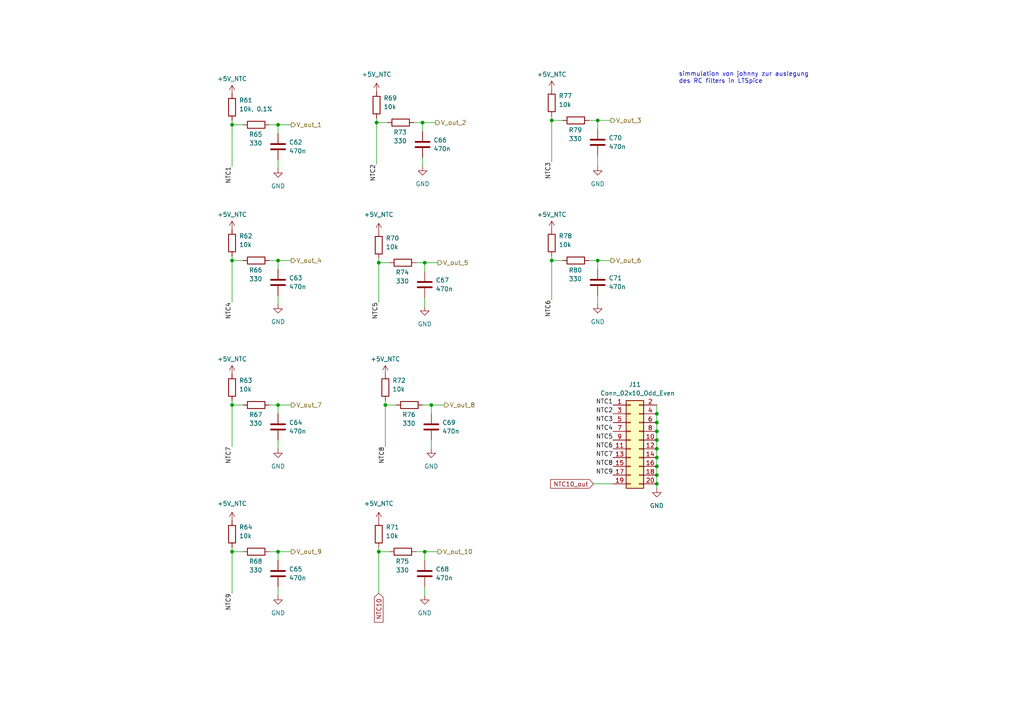
<source format=kicad_sch>
(kicad_sch
	(version 20231120)
	(generator "eeschema")
	(generator_version "8.0")
	(uuid "c04fa1e9-ff14-4ce8-b8e4-68ac8a1e4cda")
	(paper "A4")
	(lib_symbols
		(symbol "Connector_Generic:Conn_02x10_Odd_Even"
			(pin_names
				(offset 1.016) hide)
			(exclude_from_sim no)
			(in_bom yes)
			(on_board yes)
			(property "Reference" "J"
				(at 1.27 12.7 0)
				(effects
					(font
						(size 1.27 1.27)
					)
				)
			)
			(property "Value" "Conn_02x10_Odd_Even"
				(at 1.27 -15.24 0)
				(effects
					(font
						(size 1.27 1.27)
					)
				)
			)
			(property "Footprint" ""
				(at 0 0 0)
				(effects
					(font
						(size 1.27 1.27)
					)
					(hide yes)
				)
			)
			(property "Datasheet" "~"
				(at 0 0 0)
				(effects
					(font
						(size 1.27 1.27)
					)
					(hide yes)
				)
			)
			(property "Description" "Generic connector, double row, 02x10, odd/even pin numbering scheme (row 1 odd numbers, row 2 even numbers), script generated (kicad-library-utils/schlib/autogen/connector/)"
				(at 0 0 0)
				(effects
					(font
						(size 1.27 1.27)
					)
					(hide yes)
				)
			)
			(property "ki_keywords" "connector"
				(at 0 0 0)
				(effects
					(font
						(size 1.27 1.27)
					)
					(hide yes)
				)
			)
			(property "ki_fp_filters" "Connector*:*_2x??_*"
				(at 0 0 0)
				(effects
					(font
						(size 1.27 1.27)
					)
					(hide yes)
				)
			)
			(symbol "Conn_02x10_Odd_Even_1_1"
				(rectangle
					(start -1.27 -12.573)
					(end 0 -12.827)
					(stroke
						(width 0.1524)
						(type default)
					)
					(fill
						(type none)
					)
				)
				(rectangle
					(start -1.27 -10.033)
					(end 0 -10.287)
					(stroke
						(width 0.1524)
						(type default)
					)
					(fill
						(type none)
					)
				)
				(rectangle
					(start -1.27 -7.493)
					(end 0 -7.747)
					(stroke
						(width 0.1524)
						(type default)
					)
					(fill
						(type none)
					)
				)
				(rectangle
					(start -1.27 -4.953)
					(end 0 -5.207)
					(stroke
						(width 0.1524)
						(type default)
					)
					(fill
						(type none)
					)
				)
				(rectangle
					(start -1.27 -2.413)
					(end 0 -2.667)
					(stroke
						(width 0.1524)
						(type default)
					)
					(fill
						(type none)
					)
				)
				(rectangle
					(start -1.27 0.127)
					(end 0 -0.127)
					(stroke
						(width 0.1524)
						(type default)
					)
					(fill
						(type none)
					)
				)
				(rectangle
					(start -1.27 2.667)
					(end 0 2.413)
					(stroke
						(width 0.1524)
						(type default)
					)
					(fill
						(type none)
					)
				)
				(rectangle
					(start -1.27 5.207)
					(end 0 4.953)
					(stroke
						(width 0.1524)
						(type default)
					)
					(fill
						(type none)
					)
				)
				(rectangle
					(start -1.27 7.747)
					(end 0 7.493)
					(stroke
						(width 0.1524)
						(type default)
					)
					(fill
						(type none)
					)
				)
				(rectangle
					(start -1.27 10.287)
					(end 0 10.033)
					(stroke
						(width 0.1524)
						(type default)
					)
					(fill
						(type none)
					)
				)
				(rectangle
					(start -1.27 11.43)
					(end 3.81 -13.97)
					(stroke
						(width 0.254)
						(type default)
					)
					(fill
						(type background)
					)
				)
				(rectangle
					(start 3.81 -12.573)
					(end 2.54 -12.827)
					(stroke
						(width 0.1524)
						(type default)
					)
					(fill
						(type none)
					)
				)
				(rectangle
					(start 3.81 -10.033)
					(end 2.54 -10.287)
					(stroke
						(width 0.1524)
						(type default)
					)
					(fill
						(type none)
					)
				)
				(rectangle
					(start 3.81 -7.493)
					(end 2.54 -7.747)
					(stroke
						(width 0.1524)
						(type default)
					)
					(fill
						(type none)
					)
				)
				(rectangle
					(start 3.81 -4.953)
					(end 2.54 -5.207)
					(stroke
						(width 0.1524)
						(type default)
					)
					(fill
						(type none)
					)
				)
				(rectangle
					(start 3.81 -2.413)
					(end 2.54 -2.667)
					(stroke
						(width 0.1524)
						(type default)
					)
					(fill
						(type none)
					)
				)
				(rectangle
					(start 3.81 0.127)
					(end 2.54 -0.127)
					(stroke
						(width 0.1524)
						(type default)
					)
					(fill
						(type none)
					)
				)
				(rectangle
					(start 3.81 2.667)
					(end 2.54 2.413)
					(stroke
						(width 0.1524)
						(type default)
					)
					(fill
						(type none)
					)
				)
				(rectangle
					(start 3.81 5.207)
					(end 2.54 4.953)
					(stroke
						(width 0.1524)
						(type default)
					)
					(fill
						(type none)
					)
				)
				(rectangle
					(start 3.81 7.747)
					(end 2.54 7.493)
					(stroke
						(width 0.1524)
						(type default)
					)
					(fill
						(type none)
					)
				)
				(rectangle
					(start 3.81 10.287)
					(end 2.54 10.033)
					(stroke
						(width 0.1524)
						(type default)
					)
					(fill
						(type none)
					)
				)
				(pin passive line
					(at -5.08 10.16 0)
					(length 3.81)
					(name "Pin_1"
						(effects
							(font
								(size 1.27 1.27)
							)
						)
					)
					(number "1"
						(effects
							(font
								(size 1.27 1.27)
							)
						)
					)
				)
				(pin passive line
					(at 7.62 0 180)
					(length 3.81)
					(name "Pin_10"
						(effects
							(font
								(size 1.27 1.27)
							)
						)
					)
					(number "10"
						(effects
							(font
								(size 1.27 1.27)
							)
						)
					)
				)
				(pin passive line
					(at -5.08 -2.54 0)
					(length 3.81)
					(name "Pin_11"
						(effects
							(font
								(size 1.27 1.27)
							)
						)
					)
					(number "11"
						(effects
							(font
								(size 1.27 1.27)
							)
						)
					)
				)
				(pin passive line
					(at 7.62 -2.54 180)
					(length 3.81)
					(name "Pin_12"
						(effects
							(font
								(size 1.27 1.27)
							)
						)
					)
					(number "12"
						(effects
							(font
								(size 1.27 1.27)
							)
						)
					)
				)
				(pin passive line
					(at -5.08 -5.08 0)
					(length 3.81)
					(name "Pin_13"
						(effects
							(font
								(size 1.27 1.27)
							)
						)
					)
					(number "13"
						(effects
							(font
								(size 1.27 1.27)
							)
						)
					)
				)
				(pin passive line
					(at 7.62 -5.08 180)
					(length 3.81)
					(name "Pin_14"
						(effects
							(font
								(size 1.27 1.27)
							)
						)
					)
					(number "14"
						(effects
							(font
								(size 1.27 1.27)
							)
						)
					)
				)
				(pin passive line
					(at -5.08 -7.62 0)
					(length 3.81)
					(name "Pin_15"
						(effects
							(font
								(size 1.27 1.27)
							)
						)
					)
					(number "15"
						(effects
							(font
								(size 1.27 1.27)
							)
						)
					)
				)
				(pin passive line
					(at 7.62 -7.62 180)
					(length 3.81)
					(name "Pin_16"
						(effects
							(font
								(size 1.27 1.27)
							)
						)
					)
					(number "16"
						(effects
							(font
								(size 1.27 1.27)
							)
						)
					)
				)
				(pin passive line
					(at -5.08 -10.16 0)
					(length 3.81)
					(name "Pin_17"
						(effects
							(font
								(size 1.27 1.27)
							)
						)
					)
					(number "17"
						(effects
							(font
								(size 1.27 1.27)
							)
						)
					)
				)
				(pin passive line
					(at 7.62 -10.16 180)
					(length 3.81)
					(name "Pin_18"
						(effects
							(font
								(size 1.27 1.27)
							)
						)
					)
					(number "18"
						(effects
							(font
								(size 1.27 1.27)
							)
						)
					)
				)
				(pin passive line
					(at -5.08 -12.7 0)
					(length 3.81)
					(name "Pin_19"
						(effects
							(font
								(size 1.27 1.27)
							)
						)
					)
					(number "19"
						(effects
							(font
								(size 1.27 1.27)
							)
						)
					)
				)
				(pin passive line
					(at 7.62 10.16 180)
					(length 3.81)
					(name "Pin_2"
						(effects
							(font
								(size 1.27 1.27)
							)
						)
					)
					(number "2"
						(effects
							(font
								(size 1.27 1.27)
							)
						)
					)
				)
				(pin passive line
					(at 7.62 -12.7 180)
					(length 3.81)
					(name "Pin_20"
						(effects
							(font
								(size 1.27 1.27)
							)
						)
					)
					(number "20"
						(effects
							(font
								(size 1.27 1.27)
							)
						)
					)
				)
				(pin passive line
					(at -5.08 7.62 0)
					(length 3.81)
					(name "Pin_3"
						(effects
							(font
								(size 1.27 1.27)
							)
						)
					)
					(number "3"
						(effects
							(font
								(size 1.27 1.27)
							)
						)
					)
				)
				(pin passive line
					(at 7.62 7.62 180)
					(length 3.81)
					(name "Pin_4"
						(effects
							(font
								(size 1.27 1.27)
							)
						)
					)
					(number "4"
						(effects
							(font
								(size 1.27 1.27)
							)
						)
					)
				)
				(pin passive line
					(at -5.08 5.08 0)
					(length 3.81)
					(name "Pin_5"
						(effects
							(font
								(size 1.27 1.27)
							)
						)
					)
					(number "5"
						(effects
							(font
								(size 1.27 1.27)
							)
						)
					)
				)
				(pin passive line
					(at 7.62 5.08 180)
					(length 3.81)
					(name "Pin_6"
						(effects
							(font
								(size 1.27 1.27)
							)
						)
					)
					(number "6"
						(effects
							(font
								(size 1.27 1.27)
							)
						)
					)
				)
				(pin passive line
					(at -5.08 2.54 0)
					(length 3.81)
					(name "Pin_7"
						(effects
							(font
								(size 1.27 1.27)
							)
						)
					)
					(number "7"
						(effects
							(font
								(size 1.27 1.27)
							)
						)
					)
				)
				(pin passive line
					(at 7.62 2.54 180)
					(length 3.81)
					(name "Pin_8"
						(effects
							(font
								(size 1.27 1.27)
							)
						)
					)
					(number "8"
						(effects
							(font
								(size 1.27 1.27)
							)
						)
					)
				)
				(pin passive line
					(at -5.08 0 0)
					(length 3.81)
					(name "Pin_9"
						(effects
							(font
								(size 1.27 1.27)
							)
						)
					)
					(number "9"
						(effects
							(font
								(size 1.27 1.27)
							)
						)
					)
				)
			)
		)
		(symbol "Device:C"
			(pin_numbers hide)
			(pin_names
				(offset 0.254)
			)
			(exclude_from_sim no)
			(in_bom yes)
			(on_board yes)
			(property "Reference" "C"
				(at 0.635 2.54 0)
				(effects
					(font
						(size 1.27 1.27)
					)
					(justify left)
				)
			)
			(property "Value" "C"
				(at 0.635 -2.54 0)
				(effects
					(font
						(size 1.27 1.27)
					)
					(justify left)
				)
			)
			(property "Footprint" ""
				(at 0.9652 -3.81 0)
				(effects
					(font
						(size 1.27 1.27)
					)
					(hide yes)
				)
			)
			(property "Datasheet" "~"
				(at 0 0 0)
				(effects
					(font
						(size 1.27 1.27)
					)
					(hide yes)
				)
			)
			(property "Description" "Unpolarized capacitor"
				(at 0 0 0)
				(effects
					(font
						(size 1.27 1.27)
					)
					(hide yes)
				)
			)
			(property "ki_keywords" "cap capacitor"
				(at 0 0 0)
				(effects
					(font
						(size 1.27 1.27)
					)
					(hide yes)
				)
			)
			(property "ki_fp_filters" "C_*"
				(at 0 0 0)
				(effects
					(font
						(size 1.27 1.27)
					)
					(hide yes)
				)
			)
			(symbol "C_0_1"
				(polyline
					(pts
						(xy -2.032 -0.762) (xy 2.032 -0.762)
					)
					(stroke
						(width 0.508)
						(type default)
					)
					(fill
						(type none)
					)
				)
				(polyline
					(pts
						(xy -2.032 0.762) (xy 2.032 0.762)
					)
					(stroke
						(width 0.508)
						(type default)
					)
					(fill
						(type none)
					)
				)
			)
			(symbol "C_1_1"
				(pin passive line
					(at 0 3.81 270)
					(length 2.794)
					(name "~"
						(effects
							(font
								(size 1.27 1.27)
							)
						)
					)
					(number "1"
						(effects
							(font
								(size 1.27 1.27)
							)
						)
					)
				)
				(pin passive line
					(at 0 -3.81 90)
					(length 2.794)
					(name "~"
						(effects
							(font
								(size 1.27 1.27)
							)
						)
					)
					(number "2"
						(effects
							(font
								(size 1.27 1.27)
							)
						)
					)
				)
			)
		)
		(symbol "Device:R"
			(pin_numbers hide)
			(pin_names
				(offset 0)
			)
			(exclude_from_sim no)
			(in_bom yes)
			(on_board yes)
			(property "Reference" "R"
				(at 2.032 0 90)
				(effects
					(font
						(size 1.27 1.27)
					)
				)
			)
			(property "Value" "R"
				(at 0 0 90)
				(effects
					(font
						(size 1.27 1.27)
					)
				)
			)
			(property "Footprint" ""
				(at -1.778 0 90)
				(effects
					(font
						(size 1.27 1.27)
					)
					(hide yes)
				)
			)
			(property "Datasheet" "~"
				(at 0 0 0)
				(effects
					(font
						(size 1.27 1.27)
					)
					(hide yes)
				)
			)
			(property "Description" "Resistor"
				(at 0 0 0)
				(effects
					(font
						(size 1.27 1.27)
					)
					(hide yes)
				)
			)
			(property "ki_keywords" "R res resistor"
				(at 0 0 0)
				(effects
					(font
						(size 1.27 1.27)
					)
					(hide yes)
				)
			)
			(property "ki_fp_filters" "R_*"
				(at 0 0 0)
				(effects
					(font
						(size 1.27 1.27)
					)
					(hide yes)
				)
			)
			(symbol "R_0_1"
				(rectangle
					(start -1.016 -2.54)
					(end 1.016 2.54)
					(stroke
						(width 0.254)
						(type default)
					)
					(fill
						(type none)
					)
				)
			)
			(symbol "R_1_1"
				(pin passive line
					(at 0 3.81 270)
					(length 1.27)
					(name "~"
						(effects
							(font
								(size 1.27 1.27)
							)
						)
					)
					(number "1"
						(effects
							(font
								(size 1.27 1.27)
							)
						)
					)
				)
				(pin passive line
					(at 0 -3.81 90)
					(length 1.27)
					(name "~"
						(effects
							(font
								(size 1.27 1.27)
							)
						)
					)
					(number "2"
						(effects
							(font
								(size 1.27 1.27)
							)
						)
					)
				)
			)
		)
		(symbol "power:+5V"
			(power)
			(pin_numbers hide)
			(pin_names
				(offset 0) hide)
			(exclude_from_sim no)
			(in_bom yes)
			(on_board yes)
			(property "Reference" "#PWR"
				(at 0 -3.81 0)
				(effects
					(font
						(size 1.27 1.27)
					)
					(hide yes)
				)
			)
			(property "Value" "+5V"
				(at 0 3.556 0)
				(effects
					(font
						(size 1.27 1.27)
					)
				)
			)
			(property "Footprint" ""
				(at 0 0 0)
				(effects
					(font
						(size 1.27 1.27)
					)
					(hide yes)
				)
			)
			(property "Datasheet" ""
				(at 0 0 0)
				(effects
					(font
						(size 1.27 1.27)
					)
					(hide yes)
				)
			)
			(property "Description" "Power symbol creates a global label with name \"+5V\""
				(at 0 0 0)
				(effects
					(font
						(size 1.27 1.27)
					)
					(hide yes)
				)
			)
			(property "ki_keywords" "global power"
				(at 0 0 0)
				(effects
					(font
						(size 1.27 1.27)
					)
					(hide yes)
				)
			)
			(symbol "+5V_0_1"
				(polyline
					(pts
						(xy -0.762 1.27) (xy 0 2.54)
					)
					(stroke
						(width 0)
						(type default)
					)
					(fill
						(type none)
					)
				)
				(polyline
					(pts
						(xy 0 0) (xy 0 2.54)
					)
					(stroke
						(width 0)
						(type default)
					)
					(fill
						(type none)
					)
				)
				(polyline
					(pts
						(xy 0 2.54) (xy 0.762 1.27)
					)
					(stroke
						(width 0)
						(type default)
					)
					(fill
						(type none)
					)
				)
			)
			(symbol "+5V_1_1"
				(pin power_in line
					(at 0 0 90)
					(length 0)
					(name "~"
						(effects
							(font
								(size 1.27 1.27)
							)
						)
					)
					(number "1"
						(effects
							(font
								(size 1.27 1.27)
							)
						)
					)
				)
			)
		)
		(symbol "power:GND"
			(power)
			(pin_numbers hide)
			(pin_names
				(offset 0) hide)
			(exclude_from_sim no)
			(in_bom yes)
			(on_board yes)
			(property "Reference" "#PWR"
				(at 0 -6.35 0)
				(effects
					(font
						(size 1.27 1.27)
					)
					(hide yes)
				)
			)
			(property "Value" "GND"
				(at 0 -3.81 0)
				(effects
					(font
						(size 1.27 1.27)
					)
				)
			)
			(property "Footprint" ""
				(at 0 0 0)
				(effects
					(font
						(size 1.27 1.27)
					)
					(hide yes)
				)
			)
			(property "Datasheet" ""
				(at 0 0 0)
				(effects
					(font
						(size 1.27 1.27)
					)
					(hide yes)
				)
			)
			(property "Description" "Power symbol creates a global label with name \"GND\" , ground"
				(at 0 0 0)
				(effects
					(font
						(size 1.27 1.27)
					)
					(hide yes)
				)
			)
			(property "ki_keywords" "global power"
				(at 0 0 0)
				(effects
					(font
						(size 1.27 1.27)
					)
					(hide yes)
				)
			)
			(symbol "GND_0_1"
				(polyline
					(pts
						(xy 0 0) (xy 0 -1.27) (xy 1.27 -1.27) (xy 0 -2.54) (xy -1.27 -1.27) (xy 0 -1.27)
					)
					(stroke
						(width 0)
						(type default)
					)
					(fill
						(type none)
					)
				)
			)
			(symbol "GND_1_1"
				(pin power_in line
					(at 0 0 270)
					(length 0)
					(name "~"
						(effects
							(font
								(size 1.27 1.27)
							)
						)
					)
					(number "1"
						(effects
							(font
								(size 1.27 1.27)
							)
						)
					)
				)
			)
		)
	)
	(junction
		(at 67.31 160.02)
		(diameter 0)
		(color 0 0 0 0)
		(uuid "01fb401c-c95a-41ca-9934-8a7e7b81bffd")
	)
	(junction
		(at 67.31 117.475)
		(diameter 0)
		(color 0 0 0 0)
		(uuid "0847b9ca-0a1c-46f0-b1ea-5dc81f91fb2a")
	)
	(junction
		(at 190.5 122.555)
		(diameter 0)
		(color 0 0 0 0)
		(uuid "093baf21-c183-40fa-900a-a04f90019f67")
	)
	(junction
		(at 160.02 75.565)
		(diameter 0)
		(color 0 0 0 0)
		(uuid "11df4e94-ecc9-4952-9c0c-cd9ddb20b998")
	)
	(junction
		(at 190.5 130.175)
		(diameter 0)
		(color 0 0 0 0)
		(uuid "168dfbc2-5f7a-4b83-9363-28047b8a2a1f")
	)
	(junction
		(at 80.645 36.195)
		(diameter 0)
		(color 0 0 0 0)
		(uuid "1b1d9fe1-28ea-449c-a63c-d0b6e2fe3276")
	)
	(junction
		(at 123.19 76.2)
		(diameter 0)
		(color 0 0 0 0)
		(uuid "1f52d40d-de37-48b0-a69e-8ae1d28aa0e7")
	)
	(junction
		(at 109.855 160.02)
		(diameter 0)
		(color 0 0 0 0)
		(uuid "21fa2cf2-6643-450f-9b3b-d185ef9aa089")
	)
	(junction
		(at 109.22 35.56)
		(diameter 0)
		(color 0 0 0 0)
		(uuid "2341f4e3-29fb-4001-89bf-58127edc70be")
	)
	(junction
		(at 123.19 160.02)
		(diameter 0)
		(color 0 0 0 0)
		(uuid "4d794a22-5501-43bb-ad28-0d9af24a8af2")
	)
	(junction
		(at 190.5 137.795)
		(diameter 0)
		(color 0 0 0 0)
		(uuid "52043645-d38c-4b49-9ca2-2264505dd605")
	)
	(junction
		(at 80.645 160.02)
		(diameter 0)
		(color 0 0 0 0)
		(uuid "5eb1bdc0-5e86-4168-9085-8954f9008253")
	)
	(junction
		(at 190.5 127.635)
		(diameter 0)
		(color 0 0 0 0)
		(uuid "60ecc278-691b-46cb-a217-79d63fc8f3da")
	)
	(junction
		(at 125.095 117.475)
		(diameter 0)
		(color 0 0 0 0)
		(uuid "6ad276b1-c67d-4da7-993a-7fba78c75dcf")
	)
	(junction
		(at 67.31 36.195)
		(diameter 0)
		(color 0 0 0 0)
		(uuid "6ffde988-d1b9-4e5a-94e2-c4b766b195e6")
	)
	(junction
		(at 190.5 135.255)
		(diameter 0)
		(color 0 0 0 0)
		(uuid "73519710-a03a-41ed-b157-54ab79e204c2")
	)
	(junction
		(at 122.555 35.56)
		(diameter 0)
		(color 0 0 0 0)
		(uuid "75073320-32c2-4d03-bd64-6c51e9e8bab2")
	)
	(junction
		(at 190.5 132.715)
		(diameter 0)
		(color 0 0 0 0)
		(uuid "8acfdda6-86b4-4519-a09e-f4b113e75f58")
	)
	(junction
		(at 173.355 75.565)
		(diameter 0)
		(color 0 0 0 0)
		(uuid "8ddf13bb-4ae8-4ed6-88fc-150e1a8fceda")
	)
	(junction
		(at 80.645 75.565)
		(diameter 0)
		(color 0 0 0 0)
		(uuid "9f0bc0fc-3b7c-4b93-8561-55714d207f35")
	)
	(junction
		(at 160.02 34.925)
		(diameter 0)
		(color 0 0 0 0)
		(uuid "a5d40e78-aa87-4584-b256-812d31e56220")
	)
	(junction
		(at 190.5 140.335)
		(diameter 0)
		(color 0 0 0 0)
		(uuid "b7974568-745d-4d7b-909d-5b2c1920e3b9")
	)
	(junction
		(at 190.5 120.015)
		(diameter 0)
		(color 0 0 0 0)
		(uuid "bfbd08b5-cd20-4fcd-94eb-dc0a44fabf96")
	)
	(junction
		(at 190.5 125.095)
		(diameter 0)
		(color 0 0 0 0)
		(uuid "c7c3a490-8776-4c1d-a81c-34949badcdb8")
	)
	(junction
		(at 67.31 75.565)
		(diameter 0)
		(color 0 0 0 0)
		(uuid "c936cf66-68a3-43ed-8889-ef9aef24fcce")
	)
	(junction
		(at 80.645 117.475)
		(diameter 0)
		(color 0 0 0 0)
		(uuid "dfa73a03-8a7f-42c0-9613-f70531bfe634")
	)
	(junction
		(at 173.355 34.925)
		(diameter 0)
		(color 0 0 0 0)
		(uuid "e065e274-b97d-430d-b8f3-78ac7555fd17")
	)
	(junction
		(at 109.855 76.2)
		(diameter 0)
		(color 0 0 0 0)
		(uuid "f700d287-49d4-47c8-b83e-3ff34e32540d")
	)
	(junction
		(at 111.76 117.475)
		(diameter 0)
		(color 0 0 0 0)
		(uuid "fdfdcc8f-d662-4303-8301-21e070710f7a")
	)
	(wire
		(pts
			(xy 67.31 74.295) (xy 67.31 75.565)
		)
		(stroke
			(width 0)
			(type default)
		)
		(uuid "05867618-329b-47dd-9888-267c91ce9118")
	)
	(wire
		(pts
			(xy 67.31 158.75) (xy 67.31 160.02)
		)
		(stroke
			(width 0)
			(type default)
		)
		(uuid "09229c9c-dd0a-43a0-ae37-68006e44797e")
	)
	(wire
		(pts
			(xy 67.31 160.02) (xy 67.31 172.085)
		)
		(stroke
			(width 0)
			(type default)
		)
		(uuid "0a61b3d1-e9d8-4ba1-bb3f-15c8742ecb20")
	)
	(wire
		(pts
			(xy 109.855 160.02) (xy 113.03 160.02)
		)
		(stroke
			(width 0)
			(type default)
		)
		(uuid "0fbc10fd-2d1f-43fe-ab98-fa77d422e977")
	)
	(wire
		(pts
			(xy 190.5 117.475) (xy 190.5 120.015)
		)
		(stroke
			(width 0)
			(type default)
		)
		(uuid "126e1457-2850-4a37-8ee0-90e369ccf603")
	)
	(wire
		(pts
			(xy 80.645 36.195) (xy 84.455 36.195)
		)
		(stroke
			(width 0)
			(type default)
		)
		(uuid "1519fe6d-dc2d-4115-951e-e1f46902d14f")
	)
	(wire
		(pts
			(xy 67.31 116.205) (xy 67.31 117.475)
		)
		(stroke
			(width 0)
			(type default)
		)
		(uuid "1b97dc00-52a9-4e67-a44b-9ec720d23fc9")
	)
	(wire
		(pts
			(xy 80.645 160.02) (xy 80.645 162.56)
		)
		(stroke
			(width 0)
			(type default)
		)
		(uuid "1dd6ebbf-27a5-44ee-bec0-0743b5a41dc6")
	)
	(wire
		(pts
			(xy 80.645 88.265) (xy 80.645 85.725)
		)
		(stroke
			(width 0)
			(type default)
		)
		(uuid "22b56279-4a73-48b4-8012-6a4a9f97c8ef")
	)
	(wire
		(pts
			(xy 80.645 130.175) (xy 80.645 127.635)
		)
		(stroke
			(width 0)
			(type default)
		)
		(uuid "269e5df9-8ea8-432e-a808-d8e27224a097")
	)
	(wire
		(pts
			(xy 173.355 75.565) (xy 173.355 78.105)
		)
		(stroke
			(width 0)
			(type default)
		)
		(uuid "33c995b0-d84a-4e9c-b5f4-84b73530cfef")
	)
	(wire
		(pts
			(xy 109.855 158.75) (xy 109.855 160.02)
		)
		(stroke
			(width 0)
			(type default)
		)
		(uuid "3981178f-ad8f-4541-b4f3-e619ac67186c")
	)
	(wire
		(pts
			(xy 111.76 117.475) (xy 111.76 129.54)
		)
		(stroke
			(width 0)
			(type default)
		)
		(uuid "3dd3ee71-abe2-4fbc-8b89-d69ea4c4d178")
	)
	(wire
		(pts
			(xy 109.22 35.56) (xy 109.22 47.625)
		)
		(stroke
			(width 0)
			(type default)
		)
		(uuid "3e924cd6-663e-4824-90ff-62dd86d4e2c9")
	)
	(wire
		(pts
			(xy 172.085 140.335) (xy 177.8 140.335)
		)
		(stroke
			(width 0)
			(type default)
		)
		(uuid "3f5ba850-4ff8-4a95-86cb-2c96d2b2116c")
	)
	(wire
		(pts
			(xy 67.31 36.195) (xy 67.31 48.26)
		)
		(stroke
			(width 0)
			(type default)
		)
		(uuid "47bda7fd-7b36-4985-a056-bde39d01be27")
	)
	(wire
		(pts
			(xy 170.815 75.565) (xy 173.355 75.565)
		)
		(stroke
			(width 0)
			(type default)
		)
		(uuid "490ed9e9-18a1-4dd6-8a0e-289e7e6e9900")
	)
	(wire
		(pts
			(xy 123.19 160.02) (xy 127 160.02)
		)
		(stroke
			(width 0)
			(type default)
		)
		(uuid "4a4af83f-858b-45de-ab67-e57ede698612")
	)
	(wire
		(pts
			(xy 67.31 117.475) (xy 67.31 129.54)
		)
		(stroke
			(width 0)
			(type default)
		)
		(uuid "4d18d1a4-7eb8-4de6-a24e-f24874806ce6")
	)
	(wire
		(pts
			(xy 80.645 75.565) (xy 80.645 78.105)
		)
		(stroke
			(width 0)
			(type default)
		)
		(uuid "5189202a-cd66-4afc-ba5b-9a1b5b1581c6")
	)
	(wire
		(pts
			(xy 109.855 160.02) (xy 109.855 172.085)
		)
		(stroke
			(width 0)
			(type default)
		)
		(uuid "5a4a7597-eda6-4950-b468-3f9456ff3015")
	)
	(wire
		(pts
			(xy 125.095 117.475) (xy 128.905 117.475)
		)
		(stroke
			(width 0)
			(type default)
		)
		(uuid "5f63a578-c279-489d-81bc-87419518fc53")
	)
	(wire
		(pts
			(xy 122.555 35.56) (xy 126.365 35.56)
		)
		(stroke
			(width 0)
			(type default)
		)
		(uuid "619b3bb9-a5a9-4bca-b182-c00731e119b7")
	)
	(wire
		(pts
			(xy 190.5 137.795) (xy 190.5 140.335)
		)
		(stroke
			(width 0)
			(type default)
		)
		(uuid "645415aa-e2da-41af-b091-004293434436")
	)
	(wire
		(pts
			(xy 170.815 34.925) (xy 173.355 34.925)
		)
		(stroke
			(width 0)
			(type default)
		)
		(uuid "68436125-8aa1-49f0-916b-ad5257a7023c")
	)
	(wire
		(pts
			(xy 122.555 35.56) (xy 122.555 38.1)
		)
		(stroke
			(width 0)
			(type default)
		)
		(uuid "6a3b0c17-d9fd-45a9-ba54-e1c9cda9419e")
	)
	(wire
		(pts
			(xy 78.105 75.565) (xy 80.645 75.565)
		)
		(stroke
			(width 0)
			(type default)
		)
		(uuid "6ca1a23c-7450-4c53-a1ac-ccd9564a22a5")
	)
	(wire
		(pts
			(xy 173.355 88.265) (xy 173.355 85.725)
		)
		(stroke
			(width 0)
			(type default)
		)
		(uuid "6ddbeeb4-ca91-4394-924a-115c5bcb3f55")
	)
	(wire
		(pts
			(xy 80.645 117.475) (xy 80.645 120.015)
		)
		(stroke
			(width 0)
			(type default)
		)
		(uuid "6e2f45d2-3e57-4762-9610-34f2dc35d9ae")
	)
	(wire
		(pts
			(xy 125.095 117.475) (xy 125.095 120.015)
		)
		(stroke
			(width 0)
			(type default)
		)
		(uuid "6f0277cd-1e96-4f7f-bec3-03176c48c4de")
	)
	(wire
		(pts
			(xy 173.355 34.925) (xy 173.355 37.465)
		)
		(stroke
			(width 0)
			(type default)
		)
		(uuid "71233b7d-9c9a-42c6-8859-ad8469f49fbc")
	)
	(wire
		(pts
			(xy 80.645 36.195) (xy 80.645 38.735)
		)
		(stroke
			(width 0)
			(type default)
		)
		(uuid "7345c3a8-140f-4493-b9bd-860da7208990")
	)
	(wire
		(pts
			(xy 160.02 74.295) (xy 160.02 75.565)
		)
		(stroke
			(width 0)
			(type default)
		)
		(uuid "749c5ba4-37d5-43b3-a68a-b3f4dd2b7254")
	)
	(wire
		(pts
			(xy 80.645 117.475) (xy 84.455 117.475)
		)
		(stroke
			(width 0)
			(type default)
		)
		(uuid "75363d5f-b9c7-493f-80c6-0462362b522d")
	)
	(wire
		(pts
			(xy 160.02 34.925) (xy 163.195 34.925)
		)
		(stroke
			(width 0)
			(type default)
		)
		(uuid "75fa0159-07f1-408a-ad12-1180d4fa99c5")
	)
	(wire
		(pts
			(xy 109.22 35.56) (xy 112.395 35.56)
		)
		(stroke
			(width 0)
			(type default)
		)
		(uuid "812168b9-5ca3-4090-a402-17ce3dc3df94")
	)
	(wire
		(pts
			(xy 122.555 48.26) (xy 122.555 45.72)
		)
		(stroke
			(width 0)
			(type default)
		)
		(uuid "88844417-e263-458b-8933-914b788f3a83")
	)
	(wire
		(pts
			(xy 67.31 36.195) (xy 70.485 36.195)
		)
		(stroke
			(width 0)
			(type default)
		)
		(uuid "8d9ea2f1-427e-4130-9c7f-e2db7cb71a68")
	)
	(wire
		(pts
			(xy 173.355 34.925) (xy 177.165 34.925)
		)
		(stroke
			(width 0)
			(type default)
		)
		(uuid "8ee4ae0e-276f-415f-9bff-e17a3e4b17b7")
	)
	(wire
		(pts
			(xy 67.31 75.565) (xy 70.485 75.565)
		)
		(stroke
			(width 0)
			(type default)
		)
		(uuid "953c589c-cdbc-485a-bf8c-7caf43c5cf6b")
	)
	(wire
		(pts
			(xy 78.105 36.195) (xy 80.645 36.195)
		)
		(stroke
			(width 0)
			(type default)
		)
		(uuid "9884bede-9d12-42b7-9c7e-84b87c56f61c")
	)
	(wire
		(pts
			(xy 78.105 117.475) (xy 80.645 117.475)
		)
		(stroke
			(width 0)
			(type default)
		)
		(uuid "98edeba6-46cf-4998-8814-cc5350eb6ea3")
	)
	(wire
		(pts
			(xy 123.19 172.72) (xy 123.19 170.18)
		)
		(stroke
			(width 0)
			(type default)
		)
		(uuid "99f8fe99-3012-4d2a-a6b5-574094982fb4")
	)
	(wire
		(pts
			(xy 67.31 117.475) (xy 70.485 117.475)
		)
		(stroke
			(width 0)
			(type default)
		)
		(uuid "9aff0929-72fb-4dc0-8c5b-e276746107b9")
	)
	(wire
		(pts
			(xy 109.855 76.2) (xy 109.855 87.63)
		)
		(stroke
			(width 0)
			(type default)
		)
		(uuid "9d08fb7c-2560-4f43-81ba-b2db9762c044")
	)
	(wire
		(pts
			(xy 109.855 76.2) (xy 113.03 76.2)
		)
		(stroke
			(width 0)
			(type default)
		)
		(uuid "9ed9896d-b507-46cc-884a-86565f26aa7d")
	)
	(wire
		(pts
			(xy 67.31 75.565) (xy 67.31 87.63)
		)
		(stroke
			(width 0)
			(type default)
		)
		(uuid "9f1979f8-d436-4b12-9352-1358d017431f")
	)
	(wire
		(pts
			(xy 190.5 120.015) (xy 190.5 122.555)
		)
		(stroke
			(width 0)
			(type default)
		)
		(uuid "a93ab8f9-1bd0-4dc2-bc46-89f50d2a190f")
	)
	(wire
		(pts
			(xy 190.5 127.635) (xy 190.5 130.175)
		)
		(stroke
			(width 0)
			(type default)
		)
		(uuid "abf0539e-8471-44b3-a840-1d4de6f4e930")
	)
	(wire
		(pts
			(xy 125.095 130.175) (xy 125.095 127.635)
		)
		(stroke
			(width 0)
			(type default)
		)
		(uuid "b1b77055-f7ba-44cb-b333-ad81016cdc6e")
	)
	(wire
		(pts
			(xy 80.645 48.895) (xy 80.645 46.355)
		)
		(stroke
			(width 0)
			(type default)
		)
		(uuid "b23a0464-771c-4b6b-af40-8b0a0b880e42")
	)
	(wire
		(pts
			(xy 111.76 117.475) (xy 114.935 117.475)
		)
		(stroke
			(width 0)
			(type default)
		)
		(uuid "b2a0a806-ad9b-4c7d-bebb-ceb3a3e9a50e")
	)
	(wire
		(pts
			(xy 120.015 35.56) (xy 122.555 35.56)
		)
		(stroke
			(width 0)
			(type default)
		)
		(uuid "b34c9e31-2faa-4352-8e59-6975c89307c7")
	)
	(wire
		(pts
			(xy 190.5 135.255) (xy 190.5 137.795)
		)
		(stroke
			(width 0)
			(type default)
		)
		(uuid "c24e20de-81f9-44f7-ba04-ed396ee4105b")
	)
	(wire
		(pts
			(xy 173.355 48.26) (xy 173.355 45.085)
		)
		(stroke
			(width 0)
			(type default)
		)
		(uuid "c3d9b96c-c0a6-4179-be46-085ddd7e5693")
	)
	(wire
		(pts
			(xy 111.76 116.205) (xy 111.76 117.475)
		)
		(stroke
			(width 0)
			(type default)
		)
		(uuid "c6ea5e8e-5d1a-43de-845f-1697e8a67884")
	)
	(wire
		(pts
			(xy 122.555 117.475) (xy 125.095 117.475)
		)
		(stroke
			(width 0)
			(type default)
		)
		(uuid "c789cf90-c6cb-4c12-bd89-114381af874b")
	)
	(wire
		(pts
			(xy 160.02 34.925) (xy 160.02 46.99)
		)
		(stroke
			(width 0)
			(type default)
		)
		(uuid "cb85bf9b-0942-4e25-96ab-323538a54d02")
	)
	(wire
		(pts
			(xy 109.22 34.29) (xy 109.22 35.56)
		)
		(stroke
			(width 0)
			(type default)
		)
		(uuid "cbfacf06-ff51-4375-bd88-8252c63f6cfc")
	)
	(wire
		(pts
			(xy 120.65 160.02) (xy 123.19 160.02)
		)
		(stroke
			(width 0)
			(type default)
		)
		(uuid "cf670265-cef7-41d6-9829-ee0de89e675b")
	)
	(wire
		(pts
			(xy 190.5 125.095) (xy 190.5 127.635)
		)
		(stroke
			(width 0)
			(type default)
		)
		(uuid "d3124e40-aabe-4306-87dc-7b1fb0aa8706")
	)
	(wire
		(pts
			(xy 120.65 76.2) (xy 123.19 76.2)
		)
		(stroke
			(width 0)
			(type default)
		)
		(uuid "d511874c-3055-47d8-b4b3-d6e8c192caf4")
	)
	(wire
		(pts
			(xy 160.02 75.565) (xy 163.195 75.565)
		)
		(stroke
			(width 0)
			(type default)
		)
		(uuid "d69241ef-6276-4487-8ccb-dc53ddd72c86")
	)
	(wire
		(pts
			(xy 173.355 75.565) (xy 177.165 75.565)
		)
		(stroke
			(width 0)
			(type default)
		)
		(uuid "d6fb409e-1ab1-46a2-82d9-6afbbfa404a4")
	)
	(wire
		(pts
			(xy 80.645 75.565) (xy 84.455 75.565)
		)
		(stroke
			(width 0)
			(type default)
		)
		(uuid "d7785053-66d5-4e56-b90b-62638e5cc28e")
	)
	(wire
		(pts
			(xy 190.5 130.175) (xy 190.5 132.715)
		)
		(stroke
			(width 0)
			(type default)
		)
		(uuid "d8c21ff6-ea73-4849-a91e-d888edbe4ac7")
	)
	(wire
		(pts
			(xy 80.645 160.02) (xy 84.455 160.02)
		)
		(stroke
			(width 0)
			(type default)
		)
		(uuid "d992a387-0ed9-493c-9506-e5f0f830a0e2")
	)
	(wire
		(pts
			(xy 78.105 160.02) (xy 80.645 160.02)
		)
		(stroke
			(width 0)
			(type default)
		)
		(uuid "dc7aea48-42c0-43ce-ace0-7be18ca15968")
	)
	(wire
		(pts
			(xy 190.5 122.555) (xy 190.5 125.095)
		)
		(stroke
			(width 0)
			(type default)
		)
		(uuid "dc7b2aa7-8ff1-4f41-ab1c-a7b65ad294b5")
	)
	(wire
		(pts
			(xy 160.02 33.655) (xy 160.02 34.925)
		)
		(stroke
			(width 0)
			(type default)
		)
		(uuid "de393ef1-95b7-4d25-b72e-dc59ec89f587")
	)
	(wire
		(pts
			(xy 123.19 160.02) (xy 123.19 162.56)
		)
		(stroke
			(width 0)
			(type default)
		)
		(uuid "e3016d78-4f5b-4d3e-bb99-784ea5f68aa8")
	)
	(wire
		(pts
			(xy 123.19 88.9) (xy 123.19 86.36)
		)
		(stroke
			(width 0)
			(type default)
		)
		(uuid "e385d0be-3c80-4bd0-9756-72a492dc922c")
	)
	(wire
		(pts
			(xy 190.5 132.715) (xy 190.5 135.255)
		)
		(stroke
			(width 0)
			(type default)
		)
		(uuid "f6405a71-82bd-4215-919b-1a5b1636beaa")
	)
	(wire
		(pts
			(xy 80.645 172.72) (xy 80.645 170.18)
		)
		(stroke
			(width 0)
			(type default)
		)
		(uuid "f7c3eeba-dd21-4110-941c-2925abce6d1b")
	)
	(wire
		(pts
			(xy 160.02 75.565) (xy 160.02 86.995)
		)
		(stroke
			(width 0)
			(type default)
		)
		(uuid "fa18c5e7-83d7-41bb-b520-628b807c7a58")
	)
	(wire
		(pts
			(xy 109.855 74.93) (xy 109.855 76.2)
		)
		(stroke
			(width 0)
			(type default)
		)
		(uuid "fa67102f-78be-4f12-9a74-690398015180")
	)
	(wire
		(pts
			(xy 67.31 160.02) (xy 70.485 160.02)
		)
		(stroke
			(width 0)
			(type default)
		)
		(uuid "fa95a7b4-9a06-40d8-9749-7097f40ed4b8")
	)
	(wire
		(pts
			(xy 123.19 76.2) (xy 123.19 78.74)
		)
		(stroke
			(width 0)
			(type default)
		)
		(uuid "fad73009-683f-4405-acbd-6d37b2115329")
	)
	(wire
		(pts
			(xy 190.5 140.335) (xy 190.5 141.605)
		)
		(stroke
			(width 0)
			(type default)
		)
		(uuid "fc19313a-609f-49a6-975b-0a5e0e098b02")
	)
	(wire
		(pts
			(xy 123.19 76.2) (xy 127 76.2)
		)
		(stroke
			(width 0)
			(type default)
		)
		(uuid "fce6303c-d884-4788-aaf7-a80f37c1ec79")
	)
	(wire
		(pts
			(xy 67.31 34.925) (xy 67.31 36.195)
		)
		(stroke
			(width 0)
			(type default)
		)
		(uuid "fe1a72d5-608f-4c45-b53e-482c1c74fba6")
	)
	(text "simmulation von johnny zur auslegung\ndes RC filters in LTSpice"
		(exclude_from_sim no)
		(at 196.85 22.606 0)
		(effects
			(font
				(size 1.27 1.27)
			)
			(justify left)
		)
		(uuid "fa357589-d187-417d-b36e-ec5bd7226974")
	)
	(label "NTC6"
		(at 160.02 86.995 270)
		(fields_autoplaced yes)
		(effects
			(font
				(size 1.27 1.27)
			)
			(justify right bottom)
		)
		(uuid "0574778e-b549-490d-9bd4-7d13a327ea23")
	)
	(label "NTC6"
		(at 177.8 130.175 180)
		(fields_autoplaced yes)
		(effects
			(font
				(size 1.27 1.27)
			)
			(justify right bottom)
		)
		(uuid "10a4a213-fcdb-414a-bdad-846616a434f7")
	)
	(label "NTC9"
		(at 67.31 172.085 270)
		(fields_autoplaced yes)
		(effects
			(font
				(size 1.27 1.27)
			)
			(justify right bottom)
		)
		(uuid "2269bcec-127a-4ffb-8a3f-16551a05b74a")
	)
	(label "NTC7"
		(at 177.8 132.715 180)
		(fields_autoplaced yes)
		(effects
			(font
				(size 1.27 1.27)
			)
			(justify right bottom)
		)
		(uuid "30ca49ef-03b0-4176-92d7-e16edbc76231")
	)
	(label "NTC5"
		(at 109.855 87.63 270)
		(fields_autoplaced yes)
		(effects
			(font
				(size 1.27 1.27)
			)
			(justify right bottom)
		)
		(uuid "34024447-1474-48a5-ae9a-9a70b70c8c4f")
	)
	(label "NTC2"
		(at 109.22 47.625 270)
		(fields_autoplaced yes)
		(effects
			(font
				(size 1.27 1.27)
			)
			(justify right bottom)
		)
		(uuid "3c3ef900-9e80-4366-ada5-e65325922427")
	)
	(label "NTC3"
		(at 177.8 122.555 180)
		(fields_autoplaced yes)
		(effects
			(font
				(size 1.27 1.27)
			)
			(justify right bottom)
		)
		(uuid "562cdfd7-b441-4fff-a54e-d69710a36796")
	)
	(label "NTC4"
		(at 177.8 125.095 180)
		(fields_autoplaced yes)
		(effects
			(font
				(size 1.27 1.27)
			)
			(justify right bottom)
		)
		(uuid "5a260841-07d1-488e-8368-8d82a30f4259")
	)
	(label "NTC2"
		(at 177.8 120.015 180)
		(fields_autoplaced yes)
		(effects
			(font
				(size 1.27 1.27)
			)
			(justify right bottom)
		)
		(uuid "5d88f538-edad-4736-aace-c88ef6249986")
	)
	(label "NTC5"
		(at 177.8 127.635 180)
		(fields_autoplaced yes)
		(effects
			(font
				(size 1.27 1.27)
			)
			(justify right bottom)
		)
		(uuid "5e2b568d-c0db-4619-b38d-bf3e38ead668")
	)
	(label "NTC1"
		(at 67.31 48.26 270)
		(fields_autoplaced yes)
		(effects
			(font
				(size 1.27 1.27)
			)
			(justify right bottom)
		)
		(uuid "5efa2e1d-19ac-43a9-b30d-c8c18b099cf6")
	)
	(label "NTC7"
		(at 67.31 129.54 270)
		(fields_autoplaced yes)
		(effects
			(font
				(size 1.27 1.27)
			)
			(justify right bottom)
		)
		(uuid "83a442f4-1efe-4a3c-a601-9b8da33c9a81")
	)
	(label "NTC4"
		(at 67.31 87.63 270)
		(fields_autoplaced yes)
		(effects
			(font
				(size 1.27 1.27)
			)
			(justify right bottom)
		)
		(uuid "898ec431-3d41-4c8e-9120-73e58850a30c")
	)
	(label "NTC3"
		(at 160.02 46.99 270)
		(fields_autoplaced yes)
		(effects
			(font
				(size 1.27 1.27)
			)
			(justify right bottom)
		)
		(uuid "abf99ab0-c93a-4e84-9ddb-470d155963ed")
	)
	(label "NTC8"
		(at 177.8 135.255 180)
		(fields_autoplaced yes)
		(effects
			(font
				(size 1.27 1.27)
			)
			(justify right bottom)
		)
		(uuid "cfda504d-c1bb-4137-9b56-196feafb5e9d")
	)
	(label "NTC9"
		(at 177.8 137.795 180)
		(fields_autoplaced yes)
		(effects
			(font
				(size 1.27 1.27)
			)
			(justify right bottom)
		)
		(uuid "d074da97-ad6d-4ada-a24c-18781adcb7ea")
	)
	(label "NTC1"
		(at 177.8 117.475 180)
		(fields_autoplaced yes)
		(effects
			(font
				(size 1.27 1.27)
			)
			(justify right bottom)
		)
		(uuid "e13c4cb9-d642-4fb8-98a4-e946efa69755")
	)
	(label "NTC8"
		(at 111.76 129.54 270)
		(fields_autoplaced yes)
		(effects
			(font
				(size 1.27 1.27)
			)
			(justify right bottom)
		)
		(uuid "fd630bfd-6c9c-4a81-8e53-e9a44950f764")
	)
	(global_label "NTC10_out"
		(shape input)
		(at 172.085 140.335 180)
		(fields_autoplaced yes)
		(effects
			(font
				(size 1.27 1.27)
			)
			(justify right)
		)
		(uuid "2a8054eb-7a4b-4ba9-abb2-e79cbbbd83f4")
		(property "Intersheetrefs" "${INTERSHEET_REFS}"
			(at 159.1214 140.335 0)
			(effects
				(font
					(size 1.27 1.27)
				)
				(justify right)
				(hide yes)
			)
		)
	)
	(global_label "NTC10"
		(shape input)
		(at 109.855 172.085 270)
		(fields_autoplaced yes)
		(effects
			(font
				(size 1.27 1.27)
			)
			(justify right)
		)
		(uuid "93fd7499-c39a-4ee0-8212-6a40a6d16143")
		(property "Intersheetrefs" "${INTERSHEET_REFS}"
			(at 109.855 181.0573 90)
			(effects
				(font
					(size 1.27 1.27)
				)
				(justify right)
				(hide yes)
			)
		)
	)
	(hierarchical_label "V_out_8"
		(shape output)
		(at 128.905 117.475 0)
		(fields_autoplaced yes)
		(effects
			(font
				(size 1.27 1.27)
			)
			(justify left)
		)
		(uuid "18809dd2-ae66-4823-8dc9-b786bc68c03d")
	)
	(hierarchical_label "V_out_6"
		(shape output)
		(at 177.165 75.565 0)
		(fields_autoplaced yes)
		(effects
			(font
				(size 1.27 1.27)
			)
			(justify left)
		)
		(uuid "2f4f307e-8d44-4203-895e-1d7830531326")
	)
	(hierarchical_label "V_out_9"
		(shape output)
		(at 84.455 160.02 0)
		(fields_autoplaced yes)
		(effects
			(font
				(size 1.27 1.27)
			)
			(justify left)
		)
		(uuid "5a14d59c-56de-48be-bc1f-a12f4048514f")
	)
	(hierarchical_label "V_out_1"
		(shape output)
		(at 84.455 36.195 0)
		(fields_autoplaced yes)
		(effects
			(font
				(size 1.27 1.27)
			)
			(justify left)
		)
		(uuid "bd6d4b57-6ff3-4757-8790-ece69bc04469")
	)
	(hierarchical_label "V_out_4"
		(shape output)
		(at 84.455 75.565 0)
		(fields_autoplaced yes)
		(effects
			(font
				(size 1.27 1.27)
			)
			(justify left)
		)
		(uuid "bdd46581-f182-42ed-a525-82088cf63b63")
	)
	(hierarchical_label "V_out_2"
		(shape output)
		(at 126.365 35.56 0)
		(fields_autoplaced yes)
		(effects
			(font
				(size 1.27 1.27)
			)
			(justify left)
		)
		(uuid "c145db02-7976-44fd-88dd-3351006a9f34")
	)
	(hierarchical_label "V_out_5"
		(shape output)
		(at 127 76.2 0)
		(fields_autoplaced yes)
		(effects
			(font
				(size 1.27 1.27)
			)
			(justify left)
		)
		(uuid "da1b61cd-6972-45e7-afb6-c7d652c9c692")
	)
	(hierarchical_label "V_out_3"
		(shape output)
		(at 177.165 34.925 0)
		(fields_autoplaced yes)
		(effects
			(font
				(size 1.27 1.27)
			)
			(justify left)
		)
		(uuid "e813e6ca-7f32-4052-9d60-d307f5bbecf1")
	)
	(hierarchical_label "V_out_10"
		(shape output)
		(at 127 160.02 0)
		(fields_autoplaced yes)
		(effects
			(font
				(size 1.27 1.27)
			)
			(justify left)
		)
		(uuid "e897beb8-6621-4c30-9513-20aa08313d6e")
	)
	(hierarchical_label "V_out_7"
		(shape output)
		(at 84.455 117.475 0)
		(fields_autoplaced yes)
		(effects
			(font
				(size 1.27 1.27)
			)
			(justify left)
		)
		(uuid "ef0e1f3b-3dc6-4a75-8a6f-1e6752eaf757")
	)
	(symbol
		(lib_id "Device:R")
		(at 74.295 75.565 90)
		(unit 1)
		(exclude_from_sim no)
		(in_bom yes)
		(on_board yes)
		(dnp no)
		(uuid "0ab2410b-c647-4710-aec8-23d6ffed4e89")
		(property "Reference" "R66"
			(at 74.168 78.359 90)
			(effects
				(font
					(size 1.27 1.27)
				)
			)
		)
		(property "Value" "330"
			(at 74.168 80.899 90)
			(effects
				(font
					(size 1.27 1.27)
				)
			)
		)
		(property "Footprint" "Resistor_SMD:R_0603_1608Metric"
			(at 74.295 77.343 90)
			(effects
				(font
					(size 1.27 1.27)
				)
				(hide yes)
			)
		)
		(property "Datasheet" "~"
			(at 74.295 75.565 0)
			(effects
				(font
					(size 1.27 1.27)
				)
				(hide yes)
			)
		)
		(property "Description" "Resistor"
			(at 74.295 75.565 0)
			(effects
				(font
					(size 1.27 1.27)
				)
				(hide yes)
			)
		)
		(pin "1"
			(uuid "e604e4ed-6284-4dbc-a26f-ef240611f533")
		)
		(pin "2"
			(uuid "451d4dfb-835b-4b03-982a-6556c38d93bb")
		)
		(instances
			(project "FT25_AMS_Slave_fr"
				(path "/64eac9c4-e018-49db-b598-a7107a0db15b/2916c077-d2fd-484f-9568-6a2f674d2598"
					(reference "R66")
					(unit 1)
				)
			)
		)
	)
	(symbol
		(lib_id "Device:R")
		(at 67.31 70.485 0)
		(unit 1)
		(exclude_from_sim no)
		(in_bom yes)
		(on_board yes)
		(dnp no)
		(uuid "0b629e59-c2f0-4f67-a050-93d408c5be90")
		(property "Reference" "R62"
			(at 69.342 68.453 0)
			(effects
				(font
					(size 1.27 1.27)
				)
				(justify left)
			)
		)
		(property "Value" "10k"
			(at 69.342 70.993 0)
			(effects
				(font
					(size 1.27 1.27)
				)
				(justify left)
			)
		)
		(property "Footprint" "Resistor_SMD:R_0603_1608Metric"
			(at 65.532 70.485 90)
			(effects
				(font
					(size 1.27 1.27)
				)
				(hide yes)
			)
		)
		(property "Datasheet" "~"
			(at 67.31 70.485 0)
			(effects
				(font
					(size 1.27 1.27)
				)
				(hide yes)
			)
		)
		(property "Description" "Resistor"
			(at 67.31 70.485 0)
			(effects
				(font
					(size 1.27 1.27)
				)
				(hide yes)
			)
		)
		(pin "2"
			(uuid "877a1410-e271-4c37-a3ec-e6fc70530cf5")
		)
		(pin "1"
			(uuid "cadc69cf-363e-4d8f-8b87-060e77eeb6fd")
		)
		(instances
			(project "FT25_AMS_Slave_fr"
				(path "/64eac9c4-e018-49db-b598-a7107a0db15b/2916c077-d2fd-484f-9568-6a2f674d2598"
					(reference "R62")
					(unit 1)
				)
			)
		)
	)
	(symbol
		(lib_id "Device:R")
		(at 116.84 160.02 90)
		(unit 1)
		(exclude_from_sim no)
		(in_bom yes)
		(on_board yes)
		(dnp no)
		(uuid "101ab798-7c1b-47e1-880e-219560502070")
		(property "Reference" "R75"
			(at 116.713 162.814 90)
			(effects
				(font
					(size 1.27 1.27)
				)
			)
		)
		(property "Value" "330"
			(at 116.713 165.354 90)
			(effects
				(font
					(size 1.27 1.27)
				)
			)
		)
		(property "Footprint" "Resistor_SMD:R_0603_1608Metric"
			(at 116.84 161.798 90)
			(effects
				(font
					(size 1.27 1.27)
				)
				(hide yes)
			)
		)
		(property "Datasheet" "~"
			(at 116.84 160.02 0)
			(effects
				(font
					(size 1.27 1.27)
				)
				(hide yes)
			)
		)
		(property "Description" "Resistor"
			(at 116.84 160.02 0)
			(effects
				(font
					(size 1.27 1.27)
				)
				(hide yes)
			)
		)
		(pin "1"
			(uuid "aca84173-aaa3-4e4c-9170-7ad4ff511b00")
		)
		(pin "2"
			(uuid "7eb90d9f-9cca-4a97-be86-ae00a70a8b3e")
		)
		(instances
			(project "FT25_AMS_Slave_fr"
				(path "/64eac9c4-e018-49db-b598-a7107a0db15b/2916c077-d2fd-484f-9568-6a2f674d2598"
					(reference "R75")
					(unit 1)
				)
			)
		)
	)
	(symbol
		(lib_id "Device:C")
		(at 80.645 42.545 0)
		(unit 1)
		(exclude_from_sim no)
		(in_bom yes)
		(on_board yes)
		(dnp no)
		(fields_autoplaced yes)
		(uuid "107e9113-114d-4fe2-a63b-a09b684c3db4")
		(property "Reference" "C62"
			(at 83.82 41.2749 0)
			(effects
				(font
					(size 1.27 1.27)
				)
				(justify left)
			)
		)
		(property "Value" "470n"
			(at 83.82 43.8149 0)
			(effects
				(font
					(size 1.27 1.27)
				)
				(justify left)
			)
		)
		(property "Footprint" "Capacitor_SMD:C_0603_1608Metric"
			(at 81.6102 46.355 0)
			(effects
				(font
					(size 1.27 1.27)
				)
				(hide yes)
			)
		)
		(property "Datasheet" "~"
			(at 80.645 42.545 0)
			(effects
				(font
					(size 1.27 1.27)
				)
				(hide yes)
			)
		)
		(property "Description" "Unpolarized capacitor"
			(at 80.645 42.545 0)
			(effects
				(font
					(size 1.27 1.27)
				)
				(hide yes)
			)
		)
		(pin "1"
			(uuid "e3710bba-d2ba-44bb-8a45-74f8b6de870b")
		)
		(pin "2"
			(uuid "240b4847-232a-45e7-8f1e-68c74d9ba484")
		)
		(instances
			(project "FT25_AMS_Slave_fr"
				(path "/64eac9c4-e018-49db-b598-a7107a0db15b/2916c077-d2fd-484f-9568-6a2f674d2598"
					(reference "C62")
					(unit 1)
				)
			)
		)
	)
	(symbol
		(lib_id "Device:C")
		(at 173.355 81.915 0)
		(unit 1)
		(exclude_from_sim no)
		(in_bom yes)
		(on_board yes)
		(dnp no)
		(fields_autoplaced yes)
		(uuid "1636e0c1-c81a-4a66-a931-32f88c56f008")
		(property "Reference" "C71"
			(at 176.53 80.6449 0)
			(effects
				(font
					(size 1.27 1.27)
				)
				(justify left)
			)
		)
		(property "Value" "470n"
			(at 176.53 83.1849 0)
			(effects
				(font
					(size 1.27 1.27)
				)
				(justify left)
			)
		)
		(property "Footprint" "Capacitor_SMD:C_0603_1608Metric"
			(at 174.3202 85.725 0)
			(effects
				(font
					(size 1.27 1.27)
				)
				(hide yes)
			)
		)
		(property "Datasheet" "~"
			(at 173.355 81.915 0)
			(effects
				(font
					(size 1.27 1.27)
				)
				(hide yes)
			)
		)
		(property "Description" "Unpolarized capacitor"
			(at 173.355 81.915 0)
			(effects
				(font
					(size 1.27 1.27)
				)
				(hide yes)
			)
		)
		(pin "1"
			(uuid "a5c32139-434d-4193-bf87-8bd05583438e")
		)
		(pin "2"
			(uuid "6c35099b-edbd-4ea5-91e5-d85eacdc01b3")
		)
		(instances
			(project "FT25_AMS_Slave_fr"
				(path "/64eac9c4-e018-49db-b598-a7107a0db15b/2916c077-d2fd-484f-9568-6a2f674d2598"
					(reference "C71")
					(unit 1)
				)
			)
		)
	)
	(symbol
		(lib_id "power:GND")
		(at 80.645 172.72 0)
		(unit 1)
		(exclude_from_sim no)
		(in_bom yes)
		(on_board yes)
		(dnp no)
		(fields_autoplaced yes)
		(uuid "1766d795-c542-4e08-b364-f388240496a9")
		(property "Reference" "#PWR036"
			(at 80.645 179.07 0)
			(effects
				(font
					(size 1.27 1.27)
				)
				(hide yes)
			)
		)
		(property "Value" "GND"
			(at 80.645 177.8 0)
			(effects
				(font
					(size 1.27 1.27)
				)
			)
		)
		(property "Footprint" ""
			(at 80.645 172.72 0)
			(effects
				(font
					(size 1.27 1.27)
				)
				(hide yes)
			)
		)
		(property "Datasheet" ""
			(at 80.645 172.72 0)
			(effects
				(font
					(size 1.27 1.27)
				)
				(hide yes)
			)
		)
		(property "Description" "Power symbol creates a global label with name \"GND\" , ground"
			(at 80.645 172.72 0)
			(effects
				(font
					(size 1.27 1.27)
				)
				(hide yes)
			)
		)
		(pin "1"
			(uuid "bbfb7c6e-f46c-45eb-bbe6-8cb3ae94d17c")
		)
		(instances
			(project "FT25_AMS_Slave_fr"
				(path "/64eac9c4-e018-49db-b598-a7107a0db15b/2916c077-d2fd-484f-9568-6a2f674d2598"
					(reference "#PWR036")
					(unit 1)
				)
			)
		)
	)
	(symbol
		(lib_id "Device:R")
		(at 67.31 154.94 0)
		(unit 1)
		(exclude_from_sim no)
		(in_bom yes)
		(on_board yes)
		(dnp no)
		(uuid "1c37c33b-1c18-4b1d-b143-4dcac7e38e52")
		(property "Reference" "R64"
			(at 69.342 152.908 0)
			(effects
				(font
					(size 1.27 1.27)
				)
				(justify left)
			)
		)
		(property "Value" "10k"
			(at 69.342 155.448 0)
			(effects
				(font
					(size 1.27 1.27)
				)
				(justify left)
			)
		)
		(property "Footprint" "Resistor_SMD:R_0603_1608Metric"
			(at 65.532 154.94 90)
			(effects
				(font
					(size 1.27 1.27)
				)
				(hide yes)
			)
		)
		(property "Datasheet" "~"
			(at 67.31 154.94 0)
			(effects
				(font
					(size 1.27 1.27)
				)
				(hide yes)
			)
		)
		(property "Description" "Resistor"
			(at 67.31 154.94 0)
			(effects
				(font
					(size 1.27 1.27)
				)
				(hide yes)
			)
		)
		(pin "2"
			(uuid "a85a7b41-7e2d-41a2-927e-eea55283276c")
		)
		(pin "1"
			(uuid "fd474538-ac98-48f6-928a-cce2076f9728")
		)
		(instances
			(project "FT25_AMS_Slave_fr"
				(path "/64eac9c4-e018-49db-b598-a7107a0db15b/2916c077-d2fd-484f-9568-6a2f674d2598"
					(reference "R64")
					(unit 1)
				)
			)
		)
	)
	(symbol
		(lib_id "Device:R")
		(at 67.31 112.395 0)
		(unit 1)
		(exclude_from_sim no)
		(in_bom yes)
		(on_board yes)
		(dnp no)
		(uuid "1ee4535c-c5e8-4298-896a-a607b63cba54")
		(property "Reference" "R63"
			(at 69.342 110.363 0)
			(effects
				(font
					(size 1.27 1.27)
				)
				(justify left)
			)
		)
		(property "Value" "10k"
			(at 69.342 112.903 0)
			(effects
				(font
					(size 1.27 1.27)
				)
				(justify left)
			)
		)
		(property "Footprint" "Resistor_SMD:R_0603_1608Metric"
			(at 65.532 112.395 90)
			(effects
				(font
					(size 1.27 1.27)
				)
				(hide yes)
			)
		)
		(property "Datasheet" "~"
			(at 67.31 112.395 0)
			(effects
				(font
					(size 1.27 1.27)
				)
				(hide yes)
			)
		)
		(property "Description" "Resistor"
			(at 67.31 112.395 0)
			(effects
				(font
					(size 1.27 1.27)
				)
				(hide yes)
			)
		)
		(pin "2"
			(uuid "cd3609b7-d5ea-44ad-8537-ad3fac5ce012")
		)
		(pin "1"
			(uuid "29cb48b1-e8d5-454b-b8eb-6aca9c1a7476")
		)
		(instances
			(project "FT25_AMS_Slave_fr"
				(path "/64eac9c4-e018-49db-b598-a7107a0db15b/2916c077-d2fd-484f-9568-6a2f674d2598"
					(reference "R63")
					(unit 1)
				)
			)
		)
	)
	(symbol
		(lib_id "power:+5V")
		(at 111.76 108.585 0)
		(unit 1)
		(exclude_from_sim no)
		(in_bom yes)
		(on_board yes)
		(dnp no)
		(fields_autoplaced yes)
		(uuid "2076a236-9c99-49cb-a8ab-8345db152d4b")
		(property "Reference" "#PWR040"
			(at 111.76 112.395 0)
			(effects
				(font
					(size 1.27 1.27)
				)
				(hide yes)
			)
		)
		(property "Value" "+5V_NTC"
			(at 111.76 104.14 0)
			(effects
				(font
					(size 1.27 1.27)
				)
			)
		)
		(property "Footprint" ""
			(at 111.76 108.585 0)
			(effects
				(font
					(size 1.27 1.27)
				)
				(hide yes)
			)
		)
		(property "Datasheet" ""
			(at 111.76 108.585 0)
			(effects
				(font
					(size 1.27 1.27)
				)
				(hide yes)
			)
		)
		(property "Description" "Power symbol creates a global label with name \"+5V\""
			(at 111.76 108.585 0)
			(effects
				(font
					(size 1.27 1.27)
				)
				(hide yes)
			)
		)
		(pin "1"
			(uuid "d06572b3-dbd0-42e6-be73-b84d71c93007")
		)
		(instances
			(project "FT25_AMS_Slave_fr"
				(path "/64eac9c4-e018-49db-b598-a7107a0db15b/2916c077-d2fd-484f-9568-6a2f674d2598"
					(reference "#PWR040")
					(unit 1)
				)
			)
		)
	)
	(symbol
		(lib_id "Device:C")
		(at 122.555 41.91 0)
		(unit 1)
		(exclude_from_sim no)
		(in_bom yes)
		(on_board yes)
		(dnp no)
		(fields_autoplaced yes)
		(uuid "29b8e5c4-a738-498c-a178-1206f3c6235e")
		(property "Reference" "C66"
			(at 125.73 40.6399 0)
			(effects
				(font
					(size 1.27 1.27)
				)
				(justify left)
			)
		)
		(property "Value" "470n"
			(at 125.73 43.1799 0)
			(effects
				(font
					(size 1.27 1.27)
				)
				(justify left)
			)
		)
		(property "Footprint" "Capacitor_SMD:C_0603_1608Metric"
			(at 123.5202 45.72 0)
			(effects
				(font
					(size 1.27 1.27)
				)
				(hide yes)
			)
		)
		(property "Datasheet" "~"
			(at 122.555 41.91 0)
			(effects
				(font
					(size 1.27 1.27)
				)
				(hide yes)
			)
		)
		(property "Description" "Unpolarized capacitor"
			(at 122.555 41.91 0)
			(effects
				(font
					(size 1.27 1.27)
				)
				(hide yes)
			)
		)
		(pin "1"
			(uuid "e2776dc6-974c-4186-a1cd-1d6ca957e9cc")
		)
		(pin "2"
			(uuid "8373fa7f-0adf-4904-a548-d000384c10c2")
		)
		(instances
			(project "FT25_AMS_Slave_fr"
				(path "/64eac9c4-e018-49db-b598-a7107a0db15b/2916c077-d2fd-484f-9568-6a2f674d2598"
					(reference "C66")
					(unit 1)
				)
			)
		)
	)
	(symbol
		(lib_id "power:GND")
		(at 80.645 88.265 0)
		(unit 1)
		(exclude_from_sim no)
		(in_bom yes)
		(on_board yes)
		(dnp no)
		(fields_autoplaced yes)
		(uuid "2bce55f0-7fdf-47d5-830d-ee6a59202d57")
		(property "Reference" "#PWR034"
			(at 80.645 94.615 0)
			(effects
				(font
					(size 1.27 1.27)
				)
				(hide yes)
			)
		)
		(property "Value" "GND"
			(at 80.645 93.345 0)
			(effects
				(font
					(size 1.27 1.27)
				)
			)
		)
		(property "Footprint" ""
			(at 80.645 88.265 0)
			(effects
				(font
					(size 1.27 1.27)
				)
				(hide yes)
			)
		)
		(property "Datasheet" ""
			(at 80.645 88.265 0)
			(effects
				(font
					(size 1.27 1.27)
				)
				(hide yes)
			)
		)
		(property "Description" "Power symbol creates a global label with name \"GND\" , ground"
			(at 80.645 88.265 0)
			(effects
				(font
					(size 1.27 1.27)
				)
				(hide yes)
			)
		)
		(pin "1"
			(uuid "a5ed8024-ed37-469a-8d73-fc9e41a4635e")
		)
		(instances
			(project "FT25_AMS_Slave_fr"
				(path "/64eac9c4-e018-49db-b598-a7107a0db15b/2916c077-d2fd-484f-9568-6a2f674d2598"
					(reference "#PWR034")
					(unit 1)
				)
			)
		)
	)
	(symbol
		(lib_id "Device:R")
		(at 116.205 35.56 90)
		(unit 1)
		(exclude_from_sim no)
		(in_bom yes)
		(on_board yes)
		(dnp no)
		(uuid "2ca22efa-feff-48db-b270-eecf6df42cae")
		(property "Reference" "R73"
			(at 116.078 38.354 90)
			(effects
				(font
					(size 1.27 1.27)
				)
			)
		)
		(property "Value" "330"
			(at 116.078 40.894 90)
			(effects
				(font
					(size 1.27 1.27)
				)
			)
		)
		(property "Footprint" "Resistor_SMD:R_0603_1608Metric"
			(at 116.205 37.338 90)
			(effects
				(font
					(size 1.27 1.27)
				)
				(hide yes)
			)
		)
		(property "Datasheet" "~"
			(at 116.205 35.56 0)
			(effects
				(font
					(size 1.27 1.27)
				)
				(hide yes)
			)
		)
		(property "Description" "Resistor"
			(at 116.205 35.56 0)
			(effects
				(font
					(size 1.27 1.27)
				)
				(hide yes)
			)
		)
		(pin "1"
			(uuid "3b3a3034-d492-4822-986e-c333938db62f")
		)
		(pin "2"
			(uuid "a795f8d1-cb49-4daf-9214-a8a0a63e1668")
		)
		(instances
			(project "FT25_AMS_Slave_fr"
				(path "/64eac9c4-e018-49db-b598-a7107a0db15b/2916c077-d2fd-484f-9568-6a2f674d2598"
					(reference "R73")
					(unit 1)
				)
			)
		)
	)
	(symbol
		(lib_id "power:+5V")
		(at 160.02 66.675 0)
		(unit 1)
		(exclude_from_sim no)
		(in_bom yes)
		(on_board yes)
		(dnp no)
		(fields_autoplaced yes)
		(uuid "30a429ab-8794-497c-9dda-2b48250c7d55")
		(property "Reference" "#PWR046"
			(at 160.02 70.485 0)
			(effects
				(font
					(size 1.27 1.27)
				)
				(hide yes)
			)
		)
		(property "Value" "+5V_NTC"
			(at 160.02 62.23 0)
			(effects
				(font
					(size 1.27 1.27)
				)
			)
		)
		(property "Footprint" ""
			(at 160.02 66.675 0)
			(effects
				(font
					(size 1.27 1.27)
				)
				(hide yes)
			)
		)
		(property "Datasheet" ""
			(at 160.02 66.675 0)
			(effects
				(font
					(size 1.27 1.27)
				)
				(hide yes)
			)
		)
		(property "Description" "Power symbol creates a global label with name \"+5V\""
			(at 160.02 66.675 0)
			(effects
				(font
					(size 1.27 1.27)
				)
				(hide yes)
			)
		)
		(pin "1"
			(uuid "9446d943-1a8b-41b9-a105-33a4f2a2423f")
		)
		(instances
			(project "FT25_AMS_Slave_fr"
				(path "/64eac9c4-e018-49db-b598-a7107a0db15b/2916c077-d2fd-484f-9568-6a2f674d2598"
					(reference "#PWR046")
					(unit 1)
				)
			)
		)
	)
	(symbol
		(lib_id "Device:R")
		(at 109.855 71.12 0)
		(unit 1)
		(exclude_from_sim no)
		(in_bom yes)
		(on_board yes)
		(dnp no)
		(uuid "36594678-6d70-4557-9ddb-a949ddc9407c")
		(property "Reference" "R70"
			(at 111.887 69.088 0)
			(effects
				(font
					(size 1.27 1.27)
				)
				(justify left)
			)
		)
		(property "Value" "10k"
			(at 111.887 71.628 0)
			(effects
				(font
					(size 1.27 1.27)
				)
				(justify left)
			)
		)
		(property "Footprint" "Resistor_SMD:R_0603_1608Metric"
			(at 108.077 71.12 90)
			(effects
				(font
					(size 1.27 1.27)
				)
				(hide yes)
			)
		)
		(property "Datasheet" "~"
			(at 109.855 71.12 0)
			(effects
				(font
					(size 1.27 1.27)
				)
				(hide yes)
			)
		)
		(property "Description" "Resistor"
			(at 109.855 71.12 0)
			(effects
				(font
					(size 1.27 1.27)
				)
				(hide yes)
			)
		)
		(pin "2"
			(uuid "055ac060-2729-4b56-b7e7-6adfbd572a7f")
		)
		(pin "1"
			(uuid "628b9efd-4d73-4079-9669-72c8d298f26b")
		)
		(instances
			(project "FT25_AMS_Slave_fr"
				(path "/64eac9c4-e018-49db-b598-a7107a0db15b/2916c077-d2fd-484f-9568-6a2f674d2598"
					(reference "R70")
					(unit 1)
				)
			)
		)
	)
	(symbol
		(lib_id "power:+5V")
		(at 109.855 151.13 0)
		(unit 1)
		(exclude_from_sim no)
		(in_bom yes)
		(on_board yes)
		(dnp no)
		(fields_autoplaced yes)
		(uuid "3659bbfa-2677-4b40-b337-6cd73c4af13e")
		(property "Reference" "#PWR039"
			(at 109.855 154.94 0)
			(effects
				(font
					(size 1.27 1.27)
				)
				(hide yes)
			)
		)
		(property "Value" "+5V_NTC"
			(at 109.855 146.05 0)
			(effects
				(font
					(size 1.27 1.27)
				)
			)
		)
		(property "Footprint" ""
			(at 109.855 151.13 0)
			(effects
				(font
					(size 1.27 1.27)
				)
				(hide yes)
			)
		)
		(property "Datasheet" ""
			(at 109.855 151.13 0)
			(effects
				(font
					(size 1.27 1.27)
				)
				(hide yes)
			)
		)
		(property "Description" "Power symbol creates a global label with name \"+5V\""
			(at 109.855 151.13 0)
			(effects
				(font
					(size 1.27 1.27)
				)
				(hide yes)
			)
		)
		(pin "1"
			(uuid "1230751f-ae1d-4e7b-bbec-835800368414")
		)
		(instances
			(project "FT25_AMS_Slave_fr"
				(path "/64eac9c4-e018-49db-b598-a7107a0db15b/2916c077-d2fd-484f-9568-6a2f674d2598"
					(reference "#PWR039")
					(unit 1)
				)
			)
		)
	)
	(symbol
		(lib_id "Device:C")
		(at 123.19 166.37 0)
		(unit 1)
		(exclude_from_sim no)
		(in_bom yes)
		(on_board yes)
		(dnp no)
		(fields_autoplaced yes)
		(uuid "36fb6d7c-9b98-4eb2-84a8-290e8ade7fad")
		(property "Reference" "C68"
			(at 126.365 165.0999 0)
			(effects
				(font
					(size 1.27 1.27)
				)
				(justify left)
			)
		)
		(property "Value" "470n"
			(at 126.365 167.6399 0)
			(effects
				(font
					(size 1.27 1.27)
				)
				(justify left)
			)
		)
		(property "Footprint" "Capacitor_SMD:C_0603_1608Metric"
			(at 124.1552 170.18 0)
			(effects
				(font
					(size 1.27 1.27)
				)
				(hide yes)
			)
		)
		(property "Datasheet" "~"
			(at 123.19 166.37 0)
			(effects
				(font
					(size 1.27 1.27)
				)
				(hide yes)
			)
		)
		(property "Description" "Unpolarized capacitor"
			(at 123.19 166.37 0)
			(effects
				(font
					(size 1.27 1.27)
				)
				(hide yes)
			)
		)
		(pin "1"
			(uuid "4fee3956-be4d-418a-8b00-440b163ecaf4")
		)
		(pin "2"
			(uuid "537f314b-6ad0-4c60-882d-ec19e3018a24")
		)
		(instances
			(project "FT25_AMS_Slave_fr"
				(path "/64eac9c4-e018-49db-b598-a7107a0db15b/2916c077-d2fd-484f-9568-6a2f674d2598"
					(reference "C68")
					(unit 1)
				)
			)
		)
	)
	(symbol
		(lib_id "Device:R")
		(at 160.02 29.845 0)
		(unit 1)
		(exclude_from_sim no)
		(in_bom yes)
		(on_board yes)
		(dnp no)
		(uuid "39b7acd7-fb4f-434d-8dc8-c9273815459c")
		(property "Reference" "R77"
			(at 162.052 27.813 0)
			(effects
				(font
					(size 1.27 1.27)
				)
				(justify left)
			)
		)
		(property "Value" "10k"
			(at 162.052 30.353 0)
			(effects
				(font
					(size 1.27 1.27)
				)
				(justify left)
			)
		)
		(property "Footprint" "Resistor_SMD:R_0603_1608Metric"
			(at 158.242 29.845 90)
			(effects
				(font
					(size 1.27 1.27)
				)
				(hide yes)
			)
		)
		(property "Datasheet" "~"
			(at 160.02 29.845 0)
			(effects
				(font
					(size 1.27 1.27)
				)
				(hide yes)
			)
		)
		(property "Description" "Resistor"
			(at 160.02 29.845 0)
			(effects
				(font
					(size 1.27 1.27)
				)
				(hide yes)
			)
		)
		(pin "2"
			(uuid "e286a1e1-5300-4c11-892a-f74b2c851968")
		)
		(pin "1"
			(uuid "a00bc59c-39e9-4742-b3b4-48db777319d7")
		)
		(instances
			(project "FT25_AMS_Slave_fr"
				(path "/64eac9c4-e018-49db-b598-a7107a0db15b/2916c077-d2fd-484f-9568-6a2f674d2598"
					(reference "R77")
					(unit 1)
				)
			)
		)
	)
	(symbol
		(lib_id "power:+5V")
		(at 67.31 151.13 0)
		(unit 1)
		(exclude_from_sim no)
		(in_bom yes)
		(on_board yes)
		(dnp no)
		(fields_autoplaced yes)
		(uuid "39fe9135-bf22-4bae-9c8b-28d12efb2437")
		(property "Reference" "#PWR032"
			(at 67.31 154.94 0)
			(effects
				(font
					(size 1.27 1.27)
				)
				(hide yes)
			)
		)
		(property "Value" "+5V_NTC"
			(at 67.31 146.05 0)
			(effects
				(font
					(size 1.27 1.27)
				)
			)
		)
		(property "Footprint" ""
			(at 67.31 151.13 0)
			(effects
				(font
					(size 1.27 1.27)
				)
				(hide yes)
			)
		)
		(property "Datasheet" ""
			(at 67.31 151.13 0)
			(effects
				(font
					(size 1.27 1.27)
				)
				(hide yes)
			)
		)
		(property "Description" "Power symbol creates a global label with name \"+5V\""
			(at 67.31 151.13 0)
			(effects
				(font
					(size 1.27 1.27)
				)
				(hide yes)
			)
		)
		(pin "1"
			(uuid "57fc1428-6056-40f9-b5ac-6db06013d277")
		)
		(instances
			(project "FT25_AMS_Slave_fr"
				(path "/64eac9c4-e018-49db-b598-a7107a0db15b/2916c077-d2fd-484f-9568-6a2f674d2598"
					(reference "#PWR032")
					(unit 1)
				)
			)
		)
	)
	(symbol
		(lib_id "power:+5V")
		(at 67.31 108.585 0)
		(unit 1)
		(exclude_from_sim no)
		(in_bom yes)
		(on_board yes)
		(dnp no)
		(fields_autoplaced yes)
		(uuid "4115bf11-6614-4ff7-aab7-8dea88f9d8f5")
		(property "Reference" "#PWR031"
			(at 67.31 112.395 0)
			(effects
				(font
					(size 1.27 1.27)
				)
				(hide yes)
			)
		)
		(property "Value" "+5V_NTC"
			(at 67.31 104.14 0)
			(effects
				(font
					(size 1.27 1.27)
				)
			)
		)
		(property "Footprint" ""
			(at 67.31 108.585 0)
			(effects
				(font
					(size 1.27 1.27)
				)
				(hide yes)
			)
		)
		(property "Datasheet" ""
			(at 67.31 108.585 0)
			(effects
				(font
					(size 1.27 1.27)
				)
				(hide yes)
			)
		)
		(property "Description" "Power symbol creates a global label with name \"+5V\""
			(at 67.31 108.585 0)
			(effects
				(font
					(size 1.27 1.27)
				)
				(hide yes)
			)
		)
		(pin "1"
			(uuid "69147d5c-5572-416f-9cd9-b5b584689200")
		)
		(instances
			(project "FT25_AMS_Slave_fr"
				(path "/64eac9c4-e018-49db-b598-a7107a0db15b/2916c077-d2fd-484f-9568-6a2f674d2598"
					(reference "#PWR031")
					(unit 1)
				)
			)
		)
	)
	(symbol
		(lib_id "power:GND")
		(at 80.645 48.895 0)
		(unit 1)
		(exclude_from_sim no)
		(in_bom yes)
		(on_board yes)
		(dnp no)
		(fields_autoplaced yes)
		(uuid "41b432b8-d730-480b-91f4-bb02e26c9962")
		(property "Reference" "#PWR033"
			(at 80.645 55.245 0)
			(effects
				(font
					(size 1.27 1.27)
				)
				(hide yes)
			)
		)
		(property "Value" "GND"
			(at 80.645 53.975 0)
			(effects
				(font
					(size 1.27 1.27)
				)
			)
		)
		(property "Footprint" ""
			(at 80.645 48.895 0)
			(effects
				(font
					(size 1.27 1.27)
				)
				(hide yes)
			)
		)
		(property "Datasheet" ""
			(at 80.645 48.895 0)
			(effects
				(font
					(size 1.27 1.27)
				)
				(hide yes)
			)
		)
		(property "Description" "Power symbol creates a global label with name \"GND\" , ground"
			(at 80.645 48.895 0)
			(effects
				(font
					(size 1.27 1.27)
				)
				(hide yes)
			)
		)
		(pin "1"
			(uuid "a0cf1f6e-3a8a-457b-b772-0cbd7c2cd76b")
		)
		(instances
			(project "FT25_AMS_Slave_fr"
				(path "/64eac9c4-e018-49db-b598-a7107a0db15b/2916c077-d2fd-484f-9568-6a2f674d2598"
					(reference "#PWR033")
					(unit 1)
				)
			)
		)
	)
	(symbol
		(lib_id "Device:R")
		(at 74.295 160.02 90)
		(unit 1)
		(exclude_from_sim no)
		(in_bom yes)
		(on_board yes)
		(dnp no)
		(uuid "4214f21f-0151-400b-bb1b-0f0080ae423e")
		(property "Reference" "R68"
			(at 74.168 162.814 90)
			(effects
				(font
					(size 1.27 1.27)
				)
			)
		)
		(property "Value" "330"
			(at 74.168 165.354 90)
			(effects
				(font
					(size 1.27 1.27)
				)
			)
		)
		(property "Footprint" "Resistor_SMD:R_0603_1608Metric"
			(at 74.295 161.798 90)
			(effects
				(font
					(size 1.27 1.27)
				)
				(hide yes)
			)
		)
		(property "Datasheet" "~"
			(at 74.295 160.02 0)
			(effects
				(font
					(size 1.27 1.27)
				)
				(hide yes)
			)
		)
		(property "Description" "Resistor"
			(at 74.295 160.02 0)
			(effects
				(font
					(size 1.27 1.27)
				)
				(hide yes)
			)
		)
		(pin "1"
			(uuid "bce7aca7-a88c-458f-bcb1-cac6f29eedd9")
		)
		(pin "2"
			(uuid "b9cf1157-de30-4da4-aef8-fbfa34c8c3fc")
		)
		(instances
			(project "FT25_AMS_Slave_fr"
				(path "/64eac9c4-e018-49db-b598-a7107a0db15b/2916c077-d2fd-484f-9568-6a2f674d2598"
					(reference "R68")
					(unit 1)
				)
			)
		)
	)
	(symbol
		(lib_id "power:+5V")
		(at 109.855 67.31 0)
		(unit 1)
		(exclude_from_sim no)
		(in_bom yes)
		(on_board yes)
		(dnp no)
		(fields_autoplaced yes)
		(uuid "5018cd4c-2746-4372-832b-0ec3daf79567")
		(property "Reference" "#PWR038"
			(at 109.855 71.12 0)
			(effects
				(font
					(size 1.27 1.27)
				)
				(hide yes)
			)
		)
		(property "Value" "+5V_NTC"
			(at 109.855 62.23 0)
			(effects
				(font
					(size 1.27 1.27)
				)
			)
		)
		(property "Footprint" ""
			(at 109.855 67.31 0)
			(effects
				(font
					(size 1.27 1.27)
				)
				(hide yes)
			)
		)
		(property "Datasheet" ""
			(at 109.855 67.31 0)
			(effects
				(font
					(size 1.27 1.27)
				)
				(hide yes)
			)
		)
		(property "Description" "Power symbol creates a global label with name \"+5V\""
			(at 109.855 67.31 0)
			(effects
				(font
					(size 1.27 1.27)
				)
				(hide yes)
			)
		)
		(pin "1"
			(uuid "a12c538d-0dae-429c-8b62-a773f4f8d4c9")
		)
		(instances
			(project "FT25_AMS_Slave_fr"
				(path "/64eac9c4-e018-49db-b598-a7107a0db15b/2916c077-d2fd-484f-9568-6a2f674d2598"
					(reference "#PWR038")
					(unit 1)
				)
			)
		)
	)
	(symbol
		(lib_id "Device:C")
		(at 80.645 166.37 0)
		(unit 1)
		(exclude_from_sim no)
		(in_bom yes)
		(on_board yes)
		(dnp no)
		(fields_autoplaced yes)
		(uuid "537bbd8c-27a9-4633-9063-6442e1cf7fbf")
		(property "Reference" "C65"
			(at 83.82 165.0999 0)
			(effects
				(font
					(size 1.27 1.27)
				)
				(justify left)
			)
		)
		(property "Value" "470n"
			(at 83.82 167.6399 0)
			(effects
				(font
					(size 1.27 1.27)
				)
				(justify left)
			)
		)
		(property "Footprint" "Capacitor_SMD:C_0603_1608Metric"
			(at 81.6102 170.18 0)
			(effects
				(font
					(size 1.27 1.27)
				)
				(hide yes)
			)
		)
		(property "Datasheet" "~"
			(at 80.645 166.37 0)
			(effects
				(font
					(size 1.27 1.27)
				)
				(hide yes)
			)
		)
		(property "Description" "Unpolarized capacitor"
			(at 80.645 166.37 0)
			(effects
				(font
					(size 1.27 1.27)
				)
				(hide yes)
			)
		)
		(pin "1"
			(uuid "8e134d5e-7d4f-4e06-b3a7-43ad768c4ff8")
		)
		(pin "2"
			(uuid "d2664603-7dea-47c2-bebf-735ce720ee44")
		)
		(instances
			(project "FT25_AMS_Slave_fr"
				(path "/64eac9c4-e018-49db-b598-a7107a0db15b/2916c077-d2fd-484f-9568-6a2f674d2598"
					(reference "C65")
					(unit 1)
				)
			)
		)
	)
	(symbol
		(lib_id "power:+5V")
		(at 160.02 26.035 0)
		(unit 1)
		(exclude_from_sim no)
		(in_bom yes)
		(on_board yes)
		(dnp no)
		(fields_autoplaced yes)
		(uuid "5c369144-2447-48ca-a6c7-0705dfb9acfe")
		(property "Reference" "#PWR045"
			(at 160.02 29.845 0)
			(effects
				(font
					(size 1.27 1.27)
				)
				(hide yes)
			)
		)
		(property "Value" "+5V_NTC"
			(at 160.02 21.59 0)
			(effects
				(font
					(size 1.27 1.27)
				)
			)
		)
		(property "Footprint" ""
			(at 160.02 26.035 0)
			(effects
				(font
					(size 1.27 1.27)
				)
				(hide yes)
			)
		)
		(property "Datasheet" ""
			(at 160.02 26.035 0)
			(effects
				(font
					(size 1.27 1.27)
				)
				(hide yes)
			)
		)
		(property "Description" "Power symbol creates a global label with name \"+5V\""
			(at 160.02 26.035 0)
			(effects
				(font
					(size 1.27 1.27)
				)
				(hide yes)
			)
		)
		(pin "1"
			(uuid "4fbfe040-d63e-43d7-965c-eb14393fd838")
		)
		(instances
			(project "FT25_AMS_Slave_fr"
				(path "/64eac9c4-e018-49db-b598-a7107a0db15b/2916c077-d2fd-484f-9568-6a2f674d2598"
					(reference "#PWR045")
					(unit 1)
				)
			)
		)
	)
	(symbol
		(lib_id "Device:R")
		(at 167.005 75.565 90)
		(unit 1)
		(exclude_from_sim no)
		(in_bom yes)
		(on_board yes)
		(dnp no)
		(uuid "5e7e6cad-27aa-4e70-9f2f-ffdc0f007e4b")
		(property "Reference" "R80"
			(at 166.878 78.359 90)
			(effects
				(font
					(size 1.27 1.27)
				)
			)
		)
		(property "Value" "330"
			(at 166.878 80.899 90)
			(effects
				(font
					(size 1.27 1.27)
				)
			)
		)
		(property "Footprint" "Resistor_SMD:R_0603_1608Metric"
			(at 167.005 77.343 90)
			(effects
				(font
					(size 1.27 1.27)
				)
				(hide yes)
			)
		)
		(property "Datasheet" "~"
			(at 167.005 75.565 0)
			(effects
				(font
					(size 1.27 1.27)
				)
				(hide yes)
			)
		)
		(property "Description" "Resistor"
			(at 167.005 75.565 0)
			(effects
				(font
					(size 1.27 1.27)
				)
				(hide yes)
			)
		)
		(pin "1"
			(uuid "9a00f01f-8069-4db9-8f3d-82f54b02a4ed")
		)
		(pin "2"
			(uuid "8e83f428-e082-43ff-9dfb-989e19897c28")
		)
		(instances
			(project "FT25_AMS_Slave_fr"
				(path "/64eac9c4-e018-49db-b598-a7107a0db15b/2916c077-d2fd-484f-9568-6a2f674d2598"
					(reference "R80")
					(unit 1)
				)
			)
		)
	)
	(symbol
		(lib_id "Device:R")
		(at 74.295 117.475 90)
		(unit 1)
		(exclude_from_sim no)
		(in_bom yes)
		(on_board yes)
		(dnp no)
		(uuid "7098fa16-90e7-4c8d-9e35-2bce08d1c841")
		(property "Reference" "R67"
			(at 74.168 120.269 90)
			(effects
				(font
					(size 1.27 1.27)
				)
			)
		)
		(property "Value" "330"
			(at 74.168 122.809 90)
			(effects
				(font
					(size 1.27 1.27)
				)
			)
		)
		(property "Footprint" "Resistor_SMD:R_0603_1608Metric"
			(at 74.295 119.253 90)
			(effects
				(font
					(size 1.27 1.27)
				)
				(hide yes)
			)
		)
		(property "Datasheet" "~"
			(at 74.295 117.475 0)
			(effects
				(font
					(size 1.27 1.27)
				)
				(hide yes)
			)
		)
		(property "Description" "Resistor"
			(at 74.295 117.475 0)
			(effects
				(font
					(size 1.27 1.27)
				)
				(hide yes)
			)
		)
		(pin "1"
			(uuid "ba5afa71-cce7-4f96-8b75-10c81f8d8eb3")
		)
		(pin "2"
			(uuid "e6c0f7b9-d5be-4ac0-89f5-03b06466a9e9")
		)
		(instances
			(project "FT25_AMS_Slave_fr"
				(path "/64eac9c4-e018-49db-b598-a7107a0db15b/2916c077-d2fd-484f-9568-6a2f674d2598"
					(reference "R67")
					(unit 1)
				)
			)
		)
	)
	(symbol
		(lib_id "Device:R")
		(at 160.02 70.485 0)
		(unit 1)
		(exclude_from_sim no)
		(in_bom yes)
		(on_board yes)
		(dnp no)
		(uuid "72528610-f05a-493e-9566-e3c62f722e4d")
		(property "Reference" "R78"
			(at 162.052 68.453 0)
			(effects
				(font
					(size 1.27 1.27)
				)
				(justify left)
			)
		)
		(property "Value" "10k"
			(at 162.052 70.993 0)
			(effects
				(font
					(size 1.27 1.27)
				)
				(justify left)
			)
		)
		(property "Footprint" "Resistor_SMD:R_0603_1608Metric"
			(at 158.242 70.485 90)
			(effects
				(font
					(size 1.27 1.27)
				)
				(hide yes)
			)
		)
		(property "Datasheet" "~"
			(at 160.02 70.485 0)
			(effects
				(font
					(size 1.27 1.27)
				)
				(hide yes)
			)
		)
		(property "Description" "Resistor"
			(at 160.02 70.485 0)
			(effects
				(font
					(size 1.27 1.27)
				)
				(hide yes)
			)
		)
		(pin "2"
			(uuid "4acddb1f-d8d0-493b-8404-3136b5d2aaff")
		)
		(pin "1"
			(uuid "3de66027-6ee6-4f69-ade9-3868826b8274")
		)
		(instances
			(project "FT25_AMS_Slave_fr"
				(path "/64eac9c4-e018-49db-b598-a7107a0db15b/2916c077-d2fd-484f-9568-6a2f674d2598"
					(reference "R78")
					(unit 1)
				)
			)
		)
	)
	(symbol
		(lib_id "Device:R")
		(at 109.855 154.94 0)
		(unit 1)
		(exclude_from_sim no)
		(in_bom yes)
		(on_board yes)
		(dnp no)
		(uuid "7585bb61-b4a6-423b-8d54-4761d47517e8")
		(property "Reference" "R71"
			(at 111.887 152.908 0)
			(effects
				(font
					(size 1.27 1.27)
				)
				(justify left)
			)
		)
		(property "Value" "10k"
			(at 111.887 155.448 0)
			(effects
				(font
					(size 1.27 1.27)
				)
				(justify left)
			)
		)
		(property "Footprint" "Resistor_SMD:R_0603_1608Metric"
			(at 108.077 154.94 90)
			(effects
				(font
					(size 1.27 1.27)
				)
				(hide yes)
			)
		)
		(property "Datasheet" "~"
			(at 109.855 154.94 0)
			(effects
				(font
					(size 1.27 1.27)
				)
				(hide yes)
			)
		)
		(property "Description" "Resistor"
			(at 109.855 154.94 0)
			(effects
				(font
					(size 1.27 1.27)
				)
				(hide yes)
			)
		)
		(pin "2"
			(uuid "60bdec7e-bb13-449a-b2de-a01af4e5d0e7")
		)
		(pin "1"
			(uuid "781de247-bcf2-46da-a6a4-83407fcbf687")
		)
		(instances
			(project "FT25_AMS_Slave_fr"
				(path "/64eac9c4-e018-49db-b598-a7107a0db15b/2916c077-d2fd-484f-9568-6a2f674d2598"
					(reference "R71")
					(unit 1)
				)
			)
		)
	)
	(symbol
		(lib_id "Device:C")
		(at 173.355 41.275 0)
		(unit 1)
		(exclude_from_sim no)
		(in_bom yes)
		(on_board yes)
		(dnp no)
		(fields_autoplaced yes)
		(uuid "89c9dbcd-94bd-49f4-969d-1db5b5c2ab21")
		(property "Reference" "C70"
			(at 176.53 40.0049 0)
			(effects
				(font
					(size 1.27 1.27)
				)
				(justify left)
			)
		)
		(property "Value" "470n"
			(at 176.53 42.5449 0)
			(effects
				(font
					(size 1.27 1.27)
				)
				(justify left)
			)
		)
		(property "Footprint" "Capacitor_SMD:C_0603_1608Metric"
			(at 174.3202 45.085 0)
			(effects
				(font
					(size 1.27 1.27)
				)
				(hide yes)
			)
		)
		(property "Datasheet" "~"
			(at 173.355 41.275 0)
			(effects
				(font
					(size 1.27 1.27)
				)
				(hide yes)
			)
		)
		(property "Description" "Unpolarized capacitor"
			(at 173.355 41.275 0)
			(effects
				(font
					(size 1.27 1.27)
				)
				(hide yes)
			)
		)
		(pin "1"
			(uuid "0f46763c-ea45-441e-a983-be9e8d846e91")
		)
		(pin "2"
			(uuid "45cc4ba7-4929-4da3-8e38-359ef25b3880")
		)
		(instances
			(project "FT25_AMS_Slave_fr"
				(path "/64eac9c4-e018-49db-b598-a7107a0db15b/2916c077-d2fd-484f-9568-6a2f674d2598"
					(reference "C70")
					(unit 1)
				)
			)
		)
	)
	(symbol
		(lib_id "Device:C")
		(at 123.19 82.55 0)
		(unit 1)
		(exclude_from_sim no)
		(in_bom yes)
		(on_board yes)
		(dnp no)
		(fields_autoplaced yes)
		(uuid "8d07cd46-07f8-4709-bb7f-7cd50c868592")
		(property "Reference" "C67"
			(at 126.365 81.2799 0)
			(effects
				(font
					(size 1.27 1.27)
				)
				(justify left)
			)
		)
		(property "Value" "470n"
			(at 126.365 83.8199 0)
			(effects
				(font
					(size 1.27 1.27)
				)
				(justify left)
			)
		)
		(property "Footprint" "Capacitor_SMD:C_0603_1608Metric"
			(at 124.1552 86.36 0)
			(effects
				(font
					(size 1.27 1.27)
				)
				(hide yes)
			)
		)
		(property "Datasheet" "~"
			(at 123.19 82.55 0)
			(effects
				(font
					(size 1.27 1.27)
				)
				(hide yes)
			)
		)
		(property "Description" "Unpolarized capacitor"
			(at 123.19 82.55 0)
			(effects
				(font
					(size 1.27 1.27)
				)
				(hide yes)
			)
		)
		(pin "1"
			(uuid "f488d69b-b4ad-4599-9dd6-575bfc5537c5")
		)
		(pin "2"
			(uuid "20b3795c-5e88-447d-b62b-e2bb014ac04f")
		)
		(instances
			(project "FT25_AMS_Slave_fr"
				(path "/64eac9c4-e018-49db-b598-a7107a0db15b/2916c077-d2fd-484f-9568-6a2f674d2598"
					(reference "C67")
					(unit 1)
				)
			)
		)
	)
	(symbol
		(lib_id "power:GND")
		(at 123.19 88.9 0)
		(unit 1)
		(exclude_from_sim no)
		(in_bom yes)
		(on_board yes)
		(dnp no)
		(fields_autoplaced yes)
		(uuid "9ee3c049-be0d-40a5-b0a4-31d7f87514b0")
		(property "Reference" "#PWR042"
			(at 123.19 95.25 0)
			(effects
				(font
					(size 1.27 1.27)
				)
				(hide yes)
			)
		)
		(property "Value" "GND"
			(at 123.19 93.98 0)
			(effects
				(font
					(size 1.27 1.27)
				)
			)
		)
		(property "Footprint" ""
			(at 123.19 88.9 0)
			(effects
				(font
					(size 1.27 1.27)
				)
				(hide yes)
			)
		)
		(property "Datasheet" ""
			(at 123.19 88.9 0)
			(effects
				(font
					(size 1.27 1.27)
				)
				(hide yes)
			)
		)
		(property "Description" "Power symbol creates a global label with name \"GND\" , ground"
			(at 123.19 88.9 0)
			(effects
				(font
					(size 1.27 1.27)
				)
				(hide yes)
			)
		)
		(pin "1"
			(uuid "82046112-7ad9-4af0-8160-c52afda861a2")
		)
		(instances
			(project "FT25_AMS_Slave_fr"
				(path "/64eac9c4-e018-49db-b598-a7107a0db15b/2916c077-d2fd-484f-9568-6a2f674d2598"
					(reference "#PWR042")
					(unit 1)
				)
			)
		)
	)
	(symbol
		(lib_id "Device:R")
		(at 116.84 76.2 90)
		(unit 1)
		(exclude_from_sim no)
		(in_bom yes)
		(on_board yes)
		(dnp no)
		(uuid "9fcd8e89-c891-4830-830a-f8a3f66fbe9b")
		(property "Reference" "R74"
			(at 116.713 78.994 90)
			(effects
				(font
					(size 1.27 1.27)
				)
			)
		)
		(property "Value" "330"
			(at 116.713 81.534 90)
			(effects
				(font
					(size 1.27 1.27)
				)
			)
		)
		(property "Footprint" "Resistor_SMD:R_0603_1608Metric"
			(at 116.84 77.978 90)
			(effects
				(font
					(size 1.27 1.27)
				)
				(hide yes)
			)
		)
		(property "Datasheet" "~"
			(at 116.84 76.2 0)
			(effects
				(font
					(size 1.27 1.27)
				)
				(hide yes)
			)
		)
		(property "Description" "Resistor"
			(at 116.84 76.2 0)
			(effects
				(font
					(size 1.27 1.27)
				)
				(hide yes)
			)
		)
		(pin "1"
			(uuid "8443f61e-a84b-497e-a45a-50576fb583a7")
		)
		(pin "2"
			(uuid "ecccfbc6-5233-47b6-81a5-c0ad4995b2a1")
		)
		(instances
			(project "FT25_AMS_Slave_fr"
				(path "/64eac9c4-e018-49db-b598-a7107a0db15b/2916c077-d2fd-484f-9568-6a2f674d2598"
					(reference "R74")
					(unit 1)
				)
			)
		)
	)
	(symbol
		(lib_id "power:GND")
		(at 190.5 141.605 0)
		(unit 1)
		(exclude_from_sim no)
		(in_bom yes)
		(on_board yes)
		(dnp no)
		(fields_autoplaced yes)
		(uuid "a8356fcc-fac8-497a-803f-564985384214")
		(property "Reference" "#PWR049"
			(at 190.5 147.955 0)
			(effects
				(font
					(size 1.27 1.27)
				)
				(hide yes)
			)
		)
		(property "Value" "GND"
			(at 190.5 146.685 0)
			(effects
				(font
					(size 1.27 1.27)
				)
			)
		)
		(property "Footprint" ""
			(at 190.5 141.605 0)
			(effects
				(font
					(size 1.27 1.27)
				)
				(hide yes)
			)
		)
		(property "Datasheet" ""
			(at 190.5 141.605 0)
			(effects
				(font
					(size 1.27 1.27)
				)
				(hide yes)
			)
		)
		(property "Description" "Power symbol creates a global label with name \"GND\" , ground"
			(at 190.5 141.605 0)
			(effects
				(font
					(size 1.27 1.27)
				)
				(hide yes)
			)
		)
		(pin "1"
			(uuid "3f17ac83-ced4-473c-b6bd-8054f776c113")
		)
		(instances
			(project "FT25_AMS_Slave_fr"
				(path "/64eac9c4-e018-49db-b598-a7107a0db15b/2916c077-d2fd-484f-9568-6a2f674d2598"
					(reference "#PWR049")
					(unit 1)
				)
			)
		)
	)
	(symbol
		(lib_id "Device:R")
		(at 111.76 112.395 0)
		(unit 1)
		(exclude_from_sim no)
		(in_bom yes)
		(on_board yes)
		(dnp no)
		(uuid "aa0c9a7f-d584-4b3a-ac94-75bdf458e030")
		(property "Reference" "R72"
			(at 113.792 110.363 0)
			(effects
				(font
					(size 1.27 1.27)
				)
				(justify left)
			)
		)
		(property "Value" "10k"
			(at 113.792 112.903 0)
			(effects
				(font
					(size 1.27 1.27)
				)
				(justify left)
			)
		)
		(property "Footprint" "Resistor_SMD:R_0603_1608Metric"
			(at 109.982 112.395 90)
			(effects
				(font
					(size 1.27 1.27)
				)
				(hide yes)
			)
		)
		(property "Datasheet" "~"
			(at 111.76 112.395 0)
			(effects
				(font
					(size 1.27 1.27)
				)
				(hide yes)
			)
		)
		(property "Description" "Resistor"
			(at 111.76 112.395 0)
			(effects
				(font
					(size 1.27 1.27)
				)
				(hide yes)
			)
		)
		(pin "2"
			(uuid "0e7491c1-8cd1-469e-9f5f-9d49c24088d1")
		)
		(pin "1"
			(uuid "4888408d-b7ea-4edb-9158-c2caa49edb9b")
		)
		(instances
			(project "FT25_AMS_Slave_fr"
				(path "/64eac9c4-e018-49db-b598-a7107a0db15b/2916c077-d2fd-484f-9568-6a2f674d2598"
					(reference "R72")
					(unit 1)
				)
			)
		)
	)
	(symbol
		(lib_id "Connector_Generic:Conn_02x10_Odd_Even")
		(at 182.88 127.635 0)
		(unit 1)
		(exclude_from_sim no)
		(in_bom yes)
		(on_board yes)
		(dnp no)
		(uuid "b017bb63-e36e-46ad-9285-4a880c9a0ccd")
		(property "Reference" "J11"
			(at 184.15 111.506 0)
			(effects
				(font
					(size 1.27 1.27)
				)
			)
		)
		(property "Value" "Conn_02x10_Odd_Even"
			(at 184.912 114.046 0)
			(effects
				(font
					(size 1.27 1.27)
				)
			)
		)
		(property "Footprint" "temp_fr:2132282010"
			(at 182.88 127.635 0)
			(effects
				(font
					(size 1.27 1.27)
				)
				(hide yes)
			)
		)
		(property "Datasheet" "~"
			(at 182.88 127.635 0)
			(effects
				(font
					(size 1.27 1.27)
				)
				(hide yes)
			)
		)
		(property "Description" "Generic connector, double row, 02x10, odd/even pin numbering scheme (row 1 odd numbers, row 2 even numbers), script generated (kicad-library-utils/schlib/autogen/connector/)"
			(at 182.88 127.635 0)
			(effects
				(font
					(size 1.27 1.27)
				)
				(hide yes)
			)
		)
		(pin "12"
			(uuid "7c078853-92b9-4dbc-ac2a-eb51dce7ff2b")
		)
		(pin "11"
			(uuid "9846856b-d422-4e2e-927b-2ed0c7822d8c")
		)
		(pin "5"
			(uuid "1dfc2932-6b76-4a99-8158-ba50da33d251")
		)
		(pin "10"
			(uuid "e34eddf5-0df6-40ba-9148-514b33a0a376")
		)
		(pin "20"
			(uuid "53c4ead1-2dbd-457c-9b3c-2de034f9de88")
		)
		(pin "6"
			(uuid "a13e6e8e-e8c2-4b01-a765-786a1dfad192")
		)
		(pin "14"
			(uuid "12d2ff45-f890-4295-a82a-1faf076c56b5")
		)
		(pin "17"
			(uuid "2c496e0d-6afa-4aea-b0e8-003f34a854e6")
		)
		(pin "3"
			(uuid "9f482851-5e15-464e-a98d-b41a9180a026")
		)
		(pin "19"
			(uuid "df498550-ea8a-4ccc-b3a6-343a9773e5ea")
		)
		(pin "1"
			(uuid "2754ca99-0c6c-4424-a046-413ff33ad46d")
		)
		(pin "4"
			(uuid "2a100e7e-7aeb-49de-987a-5416e074f8e7")
		)
		(pin "13"
			(uuid "514273e1-a041-4ae4-b416-b7e0d5ab33df")
		)
		(pin "16"
			(uuid "ba9adc06-ed45-4939-8ac4-f2d56f426fab")
		)
		(pin "9"
			(uuid "b30b665c-6872-4fa0-ab72-6c5c43a6336a")
		)
		(pin "18"
			(uuid "de617c35-f44c-48ed-a9b7-e6695cf9954d")
		)
		(pin "8"
			(uuid "783436a6-c65f-4eb4-83e7-885cf041cd92")
		)
		(pin "15"
			(uuid "1fbd5883-c29d-4a18-a396-653d05829204")
		)
		(pin "7"
			(uuid "5a05ca47-24ba-4c28-9dba-4bd822c7bab9")
		)
		(pin "2"
			(uuid "2dbff345-32e6-4e73-839f-ea9f8e267c24")
		)
		(instances
			(project "FT25_AMS_Slave_fr"
				(path "/64eac9c4-e018-49db-b598-a7107a0db15b/2916c077-d2fd-484f-9568-6a2f674d2598"
					(reference "J11")
					(unit 1)
				)
			)
		)
	)
	(symbol
		(lib_id "power:GND")
		(at 173.355 88.265 0)
		(unit 1)
		(exclude_from_sim no)
		(in_bom yes)
		(on_board yes)
		(dnp no)
		(fields_autoplaced yes)
		(uuid "bb65b7e6-902f-4fd8-a3a6-c64a8b97c51e")
		(property "Reference" "#PWR048"
			(at 173.355 94.615 0)
			(effects
				(font
					(size 1.27 1.27)
				)
				(hide yes)
			)
		)
		(property "Value" "GND"
			(at 173.355 93.345 0)
			(effects
				(font
					(size 1.27 1.27)
				)
			)
		)
		(property "Footprint" ""
			(at 173.355 88.265 0)
			(effects
				(font
					(size 1.27 1.27)
				)
				(hide yes)
			)
		)
		(property "Datasheet" ""
			(at 173.355 88.265 0)
			(effects
				(font
					(size 1.27 1.27)
				)
				(hide yes)
			)
		)
		(property "Description" "Power symbol creates a global label with name \"GND\" , ground"
			(at 173.355 88.265 0)
			(effects
				(font
					(size 1.27 1.27)
				)
				(hide yes)
			)
		)
		(pin "1"
			(uuid "229feb2d-201c-4cdd-9a11-4fe671ce83fc")
		)
		(instances
			(project "FT25_AMS_Slave_fr"
				(path "/64eac9c4-e018-49db-b598-a7107a0db15b/2916c077-d2fd-484f-9568-6a2f674d2598"
					(reference "#PWR048")
					(unit 1)
				)
			)
		)
	)
	(symbol
		(lib_id "Device:C")
		(at 80.645 123.825 0)
		(unit 1)
		(exclude_from_sim no)
		(in_bom yes)
		(on_board yes)
		(dnp no)
		(fields_autoplaced yes)
		(uuid "c6f9208f-5f44-4a60-b8dd-ae16812f420f")
		(property "Reference" "C64"
			(at 83.82 122.5549 0)
			(effects
				(font
					(size 1.27 1.27)
				)
				(justify left)
			)
		)
		(property "Value" "470n"
			(at 83.82 125.0949 0)
			(effects
				(font
					(size 1.27 1.27)
				)
				(justify left)
			)
		)
		(property "Footprint" "Capacitor_SMD:C_0603_1608Metric"
			(at 81.6102 127.635 0)
			(effects
				(font
					(size 1.27 1.27)
				)
				(hide yes)
			)
		)
		(property "Datasheet" "~"
			(at 80.645 123.825 0)
			(effects
				(font
					(size 1.27 1.27)
				)
				(hide yes)
			)
		)
		(property "Description" "Unpolarized capacitor"
			(at 80.645 123.825 0)
			(effects
				(font
					(size 1.27 1.27)
				)
				(hide yes)
			)
		)
		(pin "1"
			(uuid "27ff1407-83f3-49e6-8cd1-30bed26fb4d6")
		)
		(pin "2"
			(uuid "ea50cef5-2fd2-4726-9528-c1dbe083c3b2")
		)
		(instances
			(project "FT25_AMS_Slave_fr"
				(path "/64eac9c4-e018-49db-b598-a7107a0db15b/2916c077-d2fd-484f-9568-6a2f674d2598"
					(reference "C64")
					(unit 1)
				)
			)
		)
	)
	(symbol
		(lib_id "power:+5V")
		(at 109.22 26.67 0)
		(unit 1)
		(exclude_from_sim no)
		(in_bom yes)
		(on_board yes)
		(dnp no)
		(fields_autoplaced yes)
		(uuid "c7ae8992-8626-41e4-a400-f3500ce7f05f")
		(property "Reference" "#PWR037"
			(at 109.22 30.48 0)
			(effects
				(font
					(size 1.27 1.27)
				)
				(hide yes)
			)
		)
		(property "Value" "+5V_NTC"
			(at 109.22 21.59 0)
			(effects
				(font
					(size 1.27 1.27)
				)
			)
		)
		(property "Footprint" ""
			(at 109.22 26.67 0)
			(effects
				(font
					(size 1.27 1.27)
				)
				(hide yes)
			)
		)
		(property "Datasheet" ""
			(at 109.22 26.67 0)
			(effects
				(font
					(size 1.27 1.27)
				)
				(hide yes)
			)
		)
		(property "Description" "Power symbol creates a global label with name \"+5V\""
			(at 109.22 26.67 0)
			(effects
				(font
					(size 1.27 1.27)
				)
				(hide yes)
			)
		)
		(pin "1"
			(uuid "a6c74cb9-2b78-4cfa-bed3-262b523e4626")
		)
		(instances
			(project "FT25_AMS_Slave_fr"
				(path "/64eac9c4-e018-49db-b598-a7107a0db15b/2916c077-d2fd-484f-9568-6a2f674d2598"
					(reference "#PWR037")
					(unit 1)
				)
			)
		)
	)
	(symbol
		(lib_id "power:GND")
		(at 125.095 130.175 0)
		(unit 1)
		(exclude_from_sim no)
		(in_bom yes)
		(on_board yes)
		(dnp no)
		(fields_autoplaced yes)
		(uuid "c7e97a56-7d80-44ae-b630-bb160ee8f82a")
		(property "Reference" "#PWR044"
			(at 125.095 136.525 0)
			(effects
				(font
					(size 1.27 1.27)
				)
				(hide yes)
			)
		)
		(property "Value" "GND"
			(at 125.095 135.255 0)
			(effects
				(font
					(size 1.27 1.27)
				)
			)
		)
		(property "Footprint" ""
			(at 125.095 130.175 0)
			(effects
				(font
					(size 1.27 1.27)
				)
				(hide yes)
			)
		)
		(property "Datasheet" ""
			(at 125.095 130.175 0)
			(effects
				(font
					(size 1.27 1.27)
				)
				(hide yes)
			)
		)
		(property "Description" "Power symbol creates a global label with name \"GND\" , ground"
			(at 125.095 130.175 0)
			(effects
				(font
					(size 1.27 1.27)
				)
				(hide yes)
			)
		)
		(pin "1"
			(uuid "abbdb506-263e-4298-9f00-9de0b997a2e1")
		)
		(instances
			(project "FT25_AMS_Slave_fr"
				(path "/64eac9c4-e018-49db-b598-a7107a0db15b/2916c077-d2fd-484f-9568-6a2f674d2598"
					(reference "#PWR044")
					(unit 1)
				)
			)
		)
	)
	(symbol
		(lib_id "Device:R")
		(at 67.31 31.115 0)
		(unit 1)
		(exclude_from_sim no)
		(in_bom yes)
		(on_board yes)
		(dnp no)
		(uuid "c992707b-06a2-4d70-ac22-79a63a5f65ab")
		(property "Reference" "R61"
			(at 69.342 29.083 0)
			(effects
				(font
					(size 1.27 1.27)
				)
				(justify left)
			)
		)
		(property "Value" "10k, 0.1%"
			(at 69.342 31.623 0)
			(effects
				(font
					(size 1.27 1.27)
				)
				(justify left)
			)
		)
		(property "Footprint" "Resistor_SMD:R_0603_1608Metric"
			(at 65.532 31.115 90)
			(effects
				(font
					(size 1.27 1.27)
				)
				(hide yes)
			)
		)
		(property "Datasheet" "~"
			(at 67.31 31.115 0)
			(effects
				(font
					(size 1.27 1.27)
				)
				(hide yes)
			)
		)
		(property "Description" "Resistor"
			(at 67.31 31.115 0)
			(effects
				(font
					(size 1.27 1.27)
				)
				(hide yes)
			)
		)
		(pin "2"
			(uuid "68888d66-2942-43df-8b07-1805a4a5ad3e")
		)
		(pin "1"
			(uuid "03ebaffa-03be-44d1-b54f-4431f7818062")
		)
		(instances
			(project "FT25_AMS_Slave_fr"
				(path "/64eac9c4-e018-49db-b598-a7107a0db15b/2916c077-d2fd-484f-9568-6a2f674d2598"
					(reference "R61")
					(unit 1)
				)
			)
		)
	)
	(symbol
		(lib_id "Device:C")
		(at 80.645 81.915 0)
		(unit 1)
		(exclude_from_sim no)
		(in_bom yes)
		(on_board yes)
		(dnp no)
		(fields_autoplaced yes)
		(uuid "cd98eb5f-bcaa-47a3-b57b-6f57538078e4")
		(property "Reference" "C63"
			(at 83.82 80.6449 0)
			(effects
				(font
					(size 1.27 1.27)
				)
				(justify left)
			)
		)
		(property "Value" "470n"
			(at 83.82 83.1849 0)
			(effects
				(font
					(size 1.27 1.27)
				)
				(justify left)
			)
		)
		(property "Footprint" "Capacitor_SMD:C_0603_1608Metric"
			(at 81.6102 85.725 0)
			(effects
				(font
					(size 1.27 1.27)
				)
				(hide yes)
			)
		)
		(property "Datasheet" "~"
			(at 80.645 81.915 0)
			(effects
				(font
					(size 1.27 1.27)
				)
				(hide yes)
			)
		)
		(property "Description" "Unpolarized capacitor"
			(at 80.645 81.915 0)
			(effects
				(font
					(size 1.27 1.27)
				)
				(hide yes)
			)
		)
		(pin "1"
			(uuid "742a3ad4-4109-4b51-afac-da73c1f5cc9a")
		)
		(pin "2"
			(uuid "0c438d35-b4bb-479b-afdb-bec8442cac33")
		)
		(instances
			(project "FT25_AMS_Slave_fr"
				(path "/64eac9c4-e018-49db-b598-a7107a0db15b/2916c077-d2fd-484f-9568-6a2f674d2598"
					(reference "C63")
					(unit 1)
				)
			)
		)
	)
	(symbol
		(lib_id "Device:C")
		(at 125.095 123.825 0)
		(unit 1)
		(exclude_from_sim no)
		(in_bom yes)
		(on_board yes)
		(dnp no)
		(fields_autoplaced yes)
		(uuid "cf1751d7-97a7-4971-8a20-81833ba8a181")
		(property "Reference" "C69"
			(at 128.27 122.5549 0)
			(effects
				(font
					(size 1.27 1.27)
				)
				(justify left)
			)
		)
		(property "Value" "470n"
			(at 128.27 125.0949 0)
			(effects
				(font
					(size 1.27 1.27)
				)
				(justify left)
			)
		)
		(property "Footprint" "Capacitor_SMD:C_0603_1608Metric"
			(at 126.0602 127.635 0)
			(effects
				(font
					(size 1.27 1.27)
				)
				(hide yes)
			)
		)
		(property "Datasheet" "~"
			(at 125.095 123.825 0)
			(effects
				(font
					(size 1.27 1.27)
				)
				(hide yes)
			)
		)
		(property "Description" "Unpolarized capacitor"
			(at 125.095 123.825 0)
			(effects
				(font
					(size 1.27 1.27)
				)
				(hide yes)
			)
		)
		(pin "1"
			(uuid "b519f6ac-d76d-49ca-a761-2d5024a3efa4")
		)
		(pin "2"
			(uuid "0592c31d-7e5d-4696-9863-5626055defa0")
		)
		(instances
			(project "FT25_AMS_Slave_fr"
				(path "/64eac9c4-e018-49db-b598-a7107a0db15b/2916c077-d2fd-484f-9568-6a2f674d2598"
					(reference "C69")
					(unit 1)
				)
			)
		)
	)
	(symbol
		(lib_id "power:+5V")
		(at 67.31 66.675 0)
		(unit 1)
		(exclude_from_sim no)
		(in_bom yes)
		(on_board yes)
		(dnp no)
		(fields_autoplaced yes)
		(uuid "d1fddeef-b894-4602-8ef6-e4b04b6fd674")
		(property "Reference" "#PWR030"
			(at 67.31 70.485 0)
			(effects
				(font
					(size 1.27 1.27)
				)
				(hide yes)
			)
		)
		(property "Value" "+5V_NTC"
			(at 67.31 62.23 0)
			(effects
				(font
					(size 1.27 1.27)
				)
			)
		)
		(property "Footprint" ""
			(at 67.31 66.675 0)
			(effects
				(font
					(size 1.27 1.27)
				)
				(hide yes)
			)
		)
		(property "Datasheet" ""
			(at 67.31 66.675 0)
			(effects
				(font
					(size 1.27 1.27)
				)
				(hide yes)
			)
		)
		(property "Description" "Power symbol creates a global label with name \"+5V\""
			(at 67.31 66.675 0)
			(effects
				(font
					(size 1.27 1.27)
				)
				(hide yes)
			)
		)
		(pin "1"
			(uuid "a3d1b030-e027-45a5-bca1-7475fa9e9c97")
		)
		(instances
			(project "FT25_AMS_Slave_fr"
				(path "/64eac9c4-e018-49db-b598-a7107a0db15b/2916c077-d2fd-484f-9568-6a2f674d2598"
					(reference "#PWR030")
					(unit 1)
				)
			)
		)
	)
	(symbol
		(lib_id "power:GND")
		(at 122.555 48.26 0)
		(unit 1)
		(exclude_from_sim no)
		(in_bom yes)
		(on_board yes)
		(dnp no)
		(fields_autoplaced yes)
		(uuid "e61cdffc-fd77-469b-a133-03ff7875ad5d")
		(property "Reference" "#PWR041"
			(at 122.555 54.61 0)
			(effects
				(font
					(size 1.27 1.27)
				)
				(hide yes)
			)
		)
		(property "Value" "GND"
			(at 122.555 53.34 0)
			(effects
				(font
					(size 1.27 1.27)
				)
			)
		)
		(property "Footprint" ""
			(at 122.555 48.26 0)
			(effects
				(font
					(size 1.27 1.27)
				)
				(hide yes)
			)
		)
		(property "Datasheet" ""
			(at 122.555 48.26 0)
			(effects
				(font
					(size 1.27 1.27)
				)
				(hide yes)
			)
		)
		(property "Description" "Power symbol creates a global label with name \"GND\" , ground"
			(at 122.555 48.26 0)
			(effects
				(font
					(size 1.27 1.27)
				)
				(hide yes)
			)
		)
		(pin "1"
			(uuid "1fb865e3-4fe0-4e44-8db9-3e60a226687d")
		)
		(instances
			(project "FT25_AMS_Slave_fr"
				(path "/64eac9c4-e018-49db-b598-a7107a0db15b/2916c077-d2fd-484f-9568-6a2f674d2598"
					(reference "#PWR041")
					(unit 1)
				)
			)
		)
	)
	(symbol
		(lib_id "power:GND")
		(at 173.355 48.26 0)
		(unit 1)
		(exclude_from_sim no)
		(in_bom yes)
		(on_board yes)
		(dnp no)
		(fields_autoplaced yes)
		(uuid "e770d944-5731-42b5-a88f-be843de5a91e")
		(property "Reference" "#PWR047"
			(at 173.355 54.61 0)
			(effects
				(font
					(size 1.27 1.27)
				)
				(hide yes)
			)
		)
		(property "Value" "GND"
			(at 173.355 53.34 0)
			(effects
				(font
					(size 1.27 1.27)
				)
			)
		)
		(property "Footprint" ""
			(at 173.355 48.26 0)
			(effects
				(font
					(size 1.27 1.27)
				)
				(hide yes)
			)
		)
		(property "Datasheet" ""
			(at 173.355 48.26 0)
			(effects
				(font
					(size 1.27 1.27)
				)
				(hide yes)
			)
		)
		(property "Description" "Power symbol creates a global label with name \"GND\" , ground"
			(at 173.355 48.26 0)
			(effects
				(font
					(size 1.27 1.27)
				)
				(hide yes)
			)
		)
		(pin "1"
			(uuid "5a4f2a46-e394-472c-a971-3b91a9fd8f57")
		)
		(instances
			(project "FT25_AMS_Slave_fr"
				(path "/64eac9c4-e018-49db-b598-a7107a0db15b/2916c077-d2fd-484f-9568-6a2f674d2598"
					(reference "#PWR047")
					(unit 1)
				)
			)
		)
	)
	(symbol
		(lib_id "Device:R")
		(at 74.295 36.195 90)
		(unit 1)
		(exclude_from_sim no)
		(in_bom yes)
		(on_board yes)
		(dnp no)
		(uuid "e8d018f0-0ee1-4716-a7aa-2e355075aec5")
		(property "Reference" "R65"
			(at 74.168 38.989 90)
			(effects
				(font
					(size 1.27 1.27)
				)
			)
		)
		(property "Value" "330"
			(at 74.168 41.529 90)
			(effects
				(font
					(size 1.27 1.27)
				)
			)
		)
		(property "Footprint" "Resistor_SMD:R_0603_1608Metric"
			(at 74.295 37.973 90)
			(effects
				(font
					(size 1.27 1.27)
				)
				(hide yes)
			)
		)
		(property "Datasheet" "~"
			(at 74.295 36.195 0)
			(effects
				(font
					(size 1.27 1.27)
				)
				(hide yes)
			)
		)
		(property "Description" "Resistor"
			(at 74.295 36.195 0)
			(effects
				(font
					(size 1.27 1.27)
				)
				(hide yes)
			)
		)
		(pin "1"
			(uuid "d31a5f3f-a634-4c54-8117-e24bd6d66202")
		)
		(pin "2"
			(uuid "e580d08e-41b8-4a0e-a47a-13200427eda9")
		)
		(instances
			(project "FT25_AMS_Slave_fr"
				(path "/64eac9c4-e018-49db-b598-a7107a0db15b/2916c077-d2fd-484f-9568-6a2f674d2598"
					(reference "R65")
					(unit 1)
				)
			)
		)
	)
	(symbol
		(lib_id "Device:R")
		(at 118.745 117.475 90)
		(unit 1)
		(exclude_from_sim no)
		(in_bom yes)
		(on_board yes)
		(dnp no)
		(uuid "ed495d95-9fff-45de-a701-8b3e12a03259")
		(property "Reference" "R76"
			(at 118.618 120.269 90)
			(effects
				(font
					(size 1.27 1.27)
				)
			)
		)
		(property "Value" "330"
			(at 118.618 122.809 90)
			(effects
				(font
					(size 1.27 1.27)
				)
			)
		)
		(property "Footprint" "Resistor_SMD:R_0603_1608Metric"
			(at 118.745 119.253 90)
			(effects
				(font
					(size 1.27 1.27)
				)
				(hide yes)
			)
		)
		(property "Datasheet" "~"
			(at 118.745 117.475 0)
			(effects
				(font
					(size 1.27 1.27)
				)
				(hide yes)
			)
		)
		(property "Description" "Resistor"
			(at 118.745 117.475 0)
			(effects
				(font
					(size 1.27 1.27)
				)
				(hide yes)
			)
		)
		(pin "1"
			(uuid "7385c4ad-1b3f-4539-8a74-c477b17790f6")
		)
		(pin "2"
			(uuid "87ca2d92-e49a-4f96-9788-951d6aea6ff3")
		)
		(instances
			(project "FT25_AMS_Slave_fr"
				(path "/64eac9c4-e018-49db-b598-a7107a0db15b/2916c077-d2fd-484f-9568-6a2f674d2598"
					(reference "R76")
					(unit 1)
				)
			)
		)
	)
	(symbol
		(lib_id "power:GND")
		(at 80.645 130.175 0)
		(unit 1)
		(exclude_from_sim no)
		(in_bom yes)
		(on_board yes)
		(dnp no)
		(fields_autoplaced yes)
		(uuid "ef8e64c2-0463-4e94-9eda-ae92612db7a9")
		(property "Reference" "#PWR035"
			(at 80.645 136.525 0)
			(effects
				(font
					(size 1.27 1.27)
				)
				(hide yes)
			)
		)
		(property "Value" "GND"
			(at 80.645 135.255 0)
			(effects
				(font
					(size 1.27 1.27)
				)
			)
		)
		(property "Footprint" ""
			(at 80.645 130.175 0)
			(effects
				(font
					(size 1.27 1.27)
				)
				(hide yes)
			)
		)
		(property "Datasheet" ""
			(at 80.645 130.175 0)
			(effects
				(font
					(size 1.27 1.27)
				)
				(hide yes)
			)
		)
		(property "Description" "Power symbol creates a global label with name \"GND\" , ground"
			(at 80.645 130.175 0)
			(effects
				(font
					(size 1.27 1.27)
				)
				(hide yes)
			)
		)
		(pin "1"
			(uuid "5aca5d5d-4ba7-436d-b158-cc3a807fbb6f")
		)
		(instances
			(project "FT25_AMS_Slave_fr"
				(path "/64eac9c4-e018-49db-b598-a7107a0db15b/2916c077-d2fd-484f-9568-6a2f674d2598"
					(reference "#PWR035")
					(unit 1)
				)
			)
		)
	)
	(symbol
		(lib_id "Device:R")
		(at 109.22 30.48 0)
		(unit 1)
		(exclude_from_sim no)
		(in_bom yes)
		(on_board yes)
		(dnp no)
		(uuid "f0e96ec5-e2af-4167-821b-767217c43655")
		(property "Reference" "R69"
			(at 111.252 28.448 0)
			(effects
				(font
					(size 1.27 1.27)
				)
				(justify left)
			)
		)
		(property "Value" "10k"
			(at 111.252 30.988 0)
			(effects
				(font
					(size 1.27 1.27)
				)
				(justify left)
			)
		)
		(property "Footprint" "Resistor_SMD:R_0603_1608Metric"
			(at 107.442 30.48 90)
			(effects
				(font
					(size 1.27 1.27)
				)
				(hide yes)
			)
		)
		(property "Datasheet" "~"
			(at 109.22 30.48 0)
			(effects
				(font
					(size 1.27 1.27)
				)
				(hide yes)
			)
		)
		(property "Description" "Resistor"
			(at 109.22 30.48 0)
			(effects
				(font
					(size 1.27 1.27)
				)
				(hide yes)
			)
		)
		(pin "2"
			(uuid "3f8c0a25-5dbb-4077-bb08-7fa13855fafa")
		)
		(pin "1"
			(uuid "0d566929-63e9-4d4f-85a0-d397d9fda318")
		)
		(instances
			(project "FT25_AMS_Slave_fr"
				(path "/64eac9c4-e018-49db-b598-a7107a0db15b/2916c077-d2fd-484f-9568-6a2f674d2598"
					(reference "R69")
					(unit 1)
				)
			)
		)
	)
	(symbol
		(lib_id "Device:R")
		(at 167.005 34.925 90)
		(unit 1)
		(exclude_from_sim no)
		(in_bom yes)
		(on_board yes)
		(dnp no)
		(uuid "f254be23-42fa-4bde-9063-7099e252bd5e")
		(property "Reference" "R79"
			(at 166.878 37.719 90)
			(effects
				(font
					(size 1.27 1.27)
				)
			)
		)
		(property "Value" "330"
			(at 166.878 40.259 90)
			(effects
				(font
					(size 1.27 1.27)
				)
			)
		)
		(property "Footprint" "Resistor_SMD:R_0603_1608Metric"
			(at 167.005 36.703 90)
			(effects
				(font
					(size 1.27 1.27)
				)
				(hide yes)
			)
		)
		(property "Datasheet" "~"
			(at 167.005 34.925 0)
			(effects
				(font
					(size 1.27 1.27)
				)
				(hide yes)
			)
		)
		(property "Description" "Resistor"
			(at 167.005 34.925 0)
			(effects
				(font
					(size 1.27 1.27)
				)
				(hide yes)
			)
		)
		(pin "1"
			(uuid "f4a1f437-5d5c-4c96-b785-2ca5cc159f07")
		)
		(pin "2"
			(uuid "7710fc62-c421-4ba6-bb95-7b4d24ca9a26")
		)
		(instances
			(project "FT25_AMS_Slave_fr"
				(path "/64eac9c4-e018-49db-b598-a7107a0db15b/2916c077-d2fd-484f-9568-6a2f674d2598"
					(reference "R79")
					(unit 1)
				)
			)
		)
	)
	(symbol
		(lib_id "power:+5V")
		(at 67.31 27.305 0)
		(unit 1)
		(exclude_from_sim no)
		(in_bom yes)
		(on_board yes)
		(dnp no)
		(fields_autoplaced yes)
		(uuid "fa39bbe2-3282-4f4c-92f4-abc8786226c8")
		(property "Reference" "#PWR029"
			(at 67.31 31.115 0)
			(effects
				(font
					(size 1.27 1.27)
				)
				(hide yes)
			)
		)
		(property "Value" "+5V_NTC"
			(at 67.31 22.86 0)
			(effects
				(font
					(size 1.27 1.27)
				)
			)
		)
		(property "Footprint" ""
			(at 67.31 27.305 0)
			(effects
				(font
					(size 1.27 1.27)
				)
				(hide yes)
			)
		)
		(property "Datasheet" ""
			(at 67.31 27.305 0)
			(effects
				(font
					(size 1.27 1.27)
				)
				(hide yes)
			)
		)
		(property "Description" "Power symbol creates a global label with name \"+5V\""
			(at 67.31 27.305 0)
			(effects
				(font
					(size 1.27 1.27)
				)
				(hide yes)
			)
		)
		(pin "1"
			(uuid "cb19949f-7dbb-4f6b-ac26-aad43fe217c5")
		)
		(instances
			(project "FT25_AMS_Slave_fr"
				(path "/64eac9c4-e018-49db-b598-a7107a0db15b/2916c077-d2fd-484f-9568-6a2f674d2598"
					(reference "#PWR029")
					(unit 1)
				)
			)
		)
	)
	(symbol
		(lib_id "power:GND")
		(at 123.19 172.72 0)
		(unit 1)
		(exclude_from_sim no)
		(in_bom yes)
		(on_board yes)
		(dnp no)
		(fields_autoplaced yes)
		(uuid "fd681656-88d5-421d-a618-3de4a3fb50a2")
		(property "Reference" "#PWR043"
			(at 123.19 179.07 0)
			(effects
				(font
					(size 1.27 1.27)
				)
				(hide yes)
			)
		)
		(property "Value" "GND"
			(at 123.19 177.8 0)
			(effects
				(font
					(size 1.27 1.27)
				)
			)
		)
		(property "Footprint" ""
			(at 123.19 172.72 0)
			(effects
				(font
					(size 1.27 1.27)
				)
				(hide yes)
			)
		)
		(property "Datasheet" ""
			(at 123.19 172.72 0)
			(effects
				(font
					(size 1.27 1.27)
				)
				(hide yes)
			)
		)
		(property "Description" "Power symbol creates a global label with name \"GND\" , ground"
			(at 123.19 172.72 0)
			(effects
				(font
					(size 1.27 1.27)
				)
				(hide yes)
			)
		)
		(pin "1"
			(uuid "2338d40f-d1c3-44db-8856-951ea4a233c6")
		)
		(instances
			(project "FT25_AMS_Slave_fr"
				(path "/64eac9c4-e018-49db-b598-a7107a0db15b/2916c077-d2fd-484f-9568-6a2f674d2598"
					(reference "#PWR043")
					(unit 1)
				)
			)
		)
	)
)

</source>
